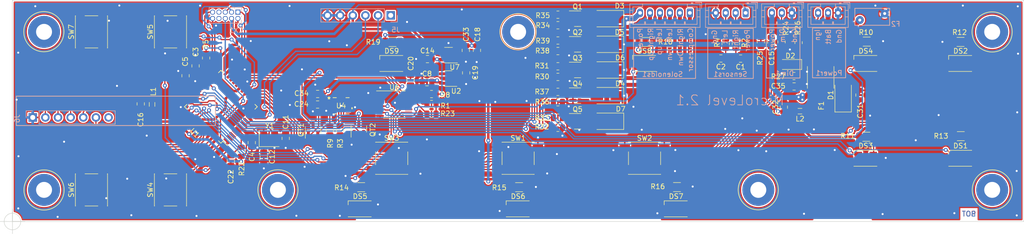
<source format=kicad_pcb>
(kicad_pcb (version 20211014) (generator pcbnew)
  (layers (0 "F.Cu" signal) (31 "B.Cu" signal) (34 "B.Paste" user) (35 "F.Paste" user) (36 "B.SilkS" user "B.Silkscreen") (37 "F.SilkS" user "F.Silkscreen") (38 "B.Mask" user) (39 "F.Mask" user) (44 "Edge.Cuts" user))
  (net 0 "")
  (net 1 "V33")
  (net 2 "Net-(C3-Pad2)")
  (net 3 "VLED")
  (net 4 "SCL")
  (net 5 "SDA")
  (net 6 "Net-(R23-Pad2)")
  (net 15 "Net-(C5-Pad1)")
  (net 16 "LED_RU")
  (net 17 "LED_LU")
  (net 18 "LED_CAMP")
  (net 19 "LED_RD")
  (net 20 "LED_LD")
  (net 21 "Net-(DS3-Pad2)")
  (net 23 "Net-(DS4-Pad2)")
  (net 24 "LED_ACTIVE")
  (net 25 "Net-(C11-Pad2)")
  (net 26 "Net-(C12-Pad1)")
  (net 27 "DIMMING")
  (net 28 "Net-(C16-Pad2)")
  (net 29 "RESET")
  (net 30 "Net-(C24-Pad1)")
  (net 31 "VS")
  (net 32 "TCK")
  (net 33 "TMS")
  (net 34 "TDO")
  (net 37 "TDI")
  (net 38 "Net-(D2-Pad1)")
  (net 39 "RIGHTUP")
  (net 40 "RIGHTDN")
  (net 41 "LEFTUP")
  (net 42 "LEFTDN")
  (net 43 "COMPRELAY")
  (net 44 "Net-(DS1-Pad2)")
  (net 45 "Net-(DS2-Pad2)")
  (net 46 "Net-(DS5-Pad2)")
  (net 47 "Net-(DS6-Pad2)")
  (net 48 "Net-(DS7-Pad2)")
  (net 49 "Net-(DS8-Pad2)")
  (net 50 "LED_TRAVEL")
  (net 51 "Net-(DS9-Pad2)")
  (net 52 "BATT")
  (net 53 "REMOTE_LD")
  (net 54 "REMOTE_LU")
  (net 55 "REMOTE_RD")
  (net 56 "REMOTE_RU")
  (net 58 "RX")
  (net 59 "TX")
  (net 60 "Net-(Q1-Pad1)")
  (net 61 "Net-(Q2-Pad1)")
  (net 62 "Net-(Q3-Pad1)")
  (net 63 "Net-(Q4-Pad1)")
  (net 64 "Net-(Q5-Pad1)")
  (net 65 "Net-(QT1-Pad2)")
  (net 66 "Net-(QT2-Pad2)")
  (net 67 "Net-(R2-Pad2)")
  (net 68 "Net-(R4-Pad2)")
  (net 69 "DIM")
  (net 70 "IGNON")
  (net 71 "LD")
  (net 72 "COMP")
  (net 73 "RU")
  (net 74 "RD")
  (net 75 "LU")
  (net 76 "CALIBRATE")
  (net 77 "CAMP")
  (net 78 "TRAVEL")
  (net 80 "Right_DOWN")
  (net 81 "Right_UP")
  (net 82 "Left_DOWN")
  (net 83 "Left_UP")
  (net 84 "IGNITIONON")
  (net 86 "V5")
  (net 87 "GND")
  (net 88 "RIGHT_HEIGHT")
  (net 89 "LEFT_HEIGHT")
  (footprint "Resistor_SMD:R_1206_3216Metric" (layer "F.Cu") (at 101.79 37.56)
    (fp_text reference "R15")
    (fp_text value "160R" hide)
  )
  (footprint "MY_KICAD_LIB:LED_PLCC-2" (layer "F.Cu") (at 133.35 41.91)
    (fp_text reference "DS7")
    (fp_text value "LED_BLUE" hide)
  )
  (footprint "Inductor_SMD:L_0805_2012Metric" (layer "F.Cu") (at 158.23 22.29 180)
    (fp_text reference "L2")
    (fp_text value "BLM21BD102SN1D" hide)
  )
  (footprint "MY_KICAD_LIB:SW_Push_1P1T_NO_6x6mm_H5.0mm" (layer "F.Cu") (at 15.875 38.1 90)
    (fp_text reference "SW6")
    (fp_text value "FSM2JSMAA")
  )
  (footprint "Package_SO:TSSOP-16_4.4x5mm_P0.65mm" (layer "F.Cu") (at 76.74 20.95)
    (fp_text reference "U6")
    (fp_text value "TLC59208FIPWR" hide)
  )
  (footprint "Package_TO_SOT_SMD:SOT-23" (layer "F.Cu") (at 60.4 26.05 90)
    (fp_text reference "QT1")
    (fp_text value "2N7002" hide)
  )
  (footprint "MY_KICAD_LIB:SW_Push_1P1T_NO_6x6mm_H5.0mm" (layer "F.Cu") (at 15.875 6.35 90)
    (fp_text reference "SW7")
    (fp_text value "FSM2JSMAA")
  )
  (footprint "MountingHole:MountingHole_3.2mm_M3_Pad_TopBottom" (layer "F.Cu") (at 53.34 38.1)
    (fp_text reference "H3" hide)
    (fp_text value "MountingHole" hide)
  )
  (footprint "Inductor_SMD:L_0805_2012Metric" (layer "F.Cu") (at 28.05 20.925 90)
    (fp_text reference "L1")
    (fp_text value "BLM21BD102SN1D" hide)
  )
  (footprint "MY_KICAD_LIB:LED_PLCC-2" (layer "F.Cu") (at 171.45 31.75)
    (fp_text reference "DS3")
    (fp_text value "LED_BLUE" hide)
  )
  (footprint "Diode_SMD:D_SMA" (layer "F.Cu") (at 119.42 14.01 180)
    (fp_text reference "D6")
    (fp_text value "SS24S-E3/61T" hide)
  )
  (footprint "Resistor_SMD:R_0805_2012Metric" (layer "F.Cu") (at 109.59 20.5)
    (fp_text reference "R36")
    (fp_text value "10k" hide)
  )
  (footprint "MountingHole:MountingHole_3.2mm_M3_Pad_TopBottom" (layer "F.Cu") (at 149.86 38.1)
    (fp_text reference "H5" hide)
    (fp_text value "MountingHole" hide)
  )
  (footprint "Resistor_SMD:R_0805_2012Metric" (layer "F.Cu") (at 109.59 8.09)
    (fp_text reference "R39")
    (fp_text value "100R" hide)
  )
  (footprint "Package_TO_SOT_SMD:SOT-23" (layer "F.Cu") (at 113.55 24.32)
    (fp_text reference "Q5")
    (fp_text value "SI2304DDS" hide)
  )
  (footprint "Capacitor_SMD:C_0805_2012Metric" (layer "F.Cu") (at 50.5 31.45 -90)
    (fp_text reference "C12")
    (fp_text value "10pf NP0" hide)
  )
  (footprint "MY_KICAD_LIB:LED_PLCC-2" (layer "F.Cu") (at 190.5 31.75)
    (fp_text reference "DS1")
    (fp_text value "LED_BLUE" hide)
  )
  (footprint "Resistor_SMD:R_1206_3216Metric" (layer "F.Cu") (at 171.57 27.42)
    (fp_text reference "R11")
    (fp_text value "160R" hide)
  )
  (footprint "Resistor_SMD:R_0805_2012Metric" (layer "F.Cu") (at 109.59 18.4)
    (fp_text reference "R37")
    (fp_text value "100R" hide)
  )
  (footprint "MountingHole:MountingHole_3.2mm_M3_Pad_TopBottom" (layer "F.Cu") (at 6.35 38.1)
    (fp_text reference "H1" hide)
    (fp_text value "MountingHole" hide)
  )
  (footprint "MY_KICAD_LIB:SW_Push_1P1T_NO_6x6mm_H5.0mm" (layer "F.Cu") (at 31.75 6.35 90)
    (fp_text reference "SW5")
    (fp_text value "FSM2JSMAA" hide)
  )
  (footprint "Package_TO_SOT_SMD:SOT-23" (layer "F.Cu") (at 113.55 19.165)
    (fp_text reference "Q4")
    (fp_text value "SI2304DDS" hide)
  )
  (footprint "Resistor_SMD:R_0805_2012Metric" (layer "F.Cu") (at 65.82 26.12 90)
    (fp_text reference "R3")
    (fp_text value "24.9k" hide)
  )
  (footprint "Resistor_SMD:R_0805_2012Metric" (layer "F.Cu") (at 84.2 20.85 180)
    (fp_text reference "R1")
    (fp_text value "24.9k" hide)
  )
  (footprint "Capacitor_SMD:C_0805_2012Metric" (layer "F.Cu") (at 54.9 27.75 90)
    (fp_text reference "C11")
    (fp_text value "10pf NP0" hide)
  )
  (footprint "Capacitor_SMD:C_0805_2012Metric" (layer "F.Cu") (at 43.88 32.22 -90)
    (fp_text reference "C22")
    (fp_text value "10nf 16V" hide)
  )
  (footprint "MY_KICAD_LIB:LED_PLCC-2" (layer "F.Cu") (at 76.2 12.7)
    (fp_text reference "DS9")
    (fp_text value "LED_BLUE" hide)
  )
  (footprint "Capacitor_SMD:C_0805_2012Metric" (layer "F.Cu") (at 146.3 11.72 180)
    (fp_text reference "C1")
    (fp_text value "4.7uf 6.3V" hide)
  )
  (footprint "Resistor_SMD:R_0805_2012Metric" (layer "F.Cu") (at 145.35 8.74 90)
    (fp_text reference "R2")
    (fp_text value "24.9k" hide)
  )
  (footprint "Resistor_SMD:R_1206_3216Metric" (layer "F.Cu") (at 70.07 37.56)
    (fp_text reference "R14")
    (fp_text value "160R" hide)
  )
  (footprint "Resistor_SMD:R_0805_2012Metric" (layer "F.Cu") (at 150.37 8.37 90)
    (fp_text reference "R25")
    (fp_text value "10k" hide)
  )
  (footprint "Resistor_SMD:R_0805_2012Metric" (layer "F.Cu") (at 109.59 15.4)
    (fp_text reference "R30")
    (fp_text value "10k" hide)
  )
  (footprint "Resistor_SMD:R_0805_2012Metric" (layer "F.Cu") (at 109.59 25.63)
    (fp_text reference "R32")
    (fp_text value "10k" hide)
  )
  (footprint "Package_QFP:TQFP-44_10x10mm_P0.8mm" (layer "F.Cu") (at 41.88 21.4 135)
    (fp_text reference "U1")
    (fp_text value "ATmega1284-AU" hide)
  )
  (footprint "Capacitor_SMD:C_0805_2012Metric" (layer "F.Cu") (at 61.32 18.83)
    (fp_text reference "C34")
    (fp_text value "100nf 16V" hide)
  )
  (footprint "Resistor_SMD:R_1206_3216Metric" (layer "F.Cu") (at 190.49 8.37)
    (fp_text reference "R12")
    (fp_text value "160R" hide)
  )
  (footprint "Capacitor_SMD:C_0805_2012Metric" (layer "F.Cu") (at 25.775 20.825 90)
    (fp_text reference "C16")
    (fp_text value "100nf 16V" hide)
  )
  (footprint "Resistor_SMD:R_1206_3216Metric" (layer "F.Cu") (at 133.52 37.54)
    (fp_text reference "R16")
    (fp_text value "160R" hide)
  )
  (footprint "Fuse:Fuse_2920_7451Metric" (layer "F.Cu") (at 162.39 15.5 -90)
    (fp_text reference "F1")
    (fp_text value "MF-LSMF260X-2" hide)
  )
  (footprint "Resistor_SMD:R_0805_2012Metric" (layer "F.Cu") (at 84.2 22.86 180)
    (fp_text reference "R23")
    (fp_text value "100k" hide)
  )
  (footprint "MountingHole:MountingHole_3.2mm_M3_Pad_TopBottom" (layer "F.Cu") (at 101.6 6.35)
    (fp_text reference "H4" hide)
    (fp_text value "MountingHole" hide)
  )
  (footprint "Resistor_SMD:R_0805_2012Metric" (layer "F.Cu") (at 109.59 2.9)
    (fp_text reference "R35")
    (fp_text value "100R" hide)
  )
  (footprint "Package_TO_SOT_SMD:SOT-23" (layer "F.Cu") (at 69.6 25.85 90)
    (fp_text reference "QT2")
    (fp_text value "2N7002" hide)
  )
  (footprint "Resistor_SMD:R_1206_3216Metric" (layer "F.Cu") (at 127.21 8.39)
    (fp_text reference "R18")
    (fp_text value "160R" hide)
  )
  (footprint "Resistor_SMD:R_0805_2012Metric" (layer "F.Cu") (at 157.95 8.52 -90)
    (fp_text reference "R26")
    (fp_text value "2.4k" hide)
  )
  (footprint "Capacitor_SMD:C_0805_2012Metric" (layer "F.Cu") (at 34.78 15.17 90)
    (fp_text reference "C5")
    (fp_text value "1000pf 16V" hide)
  )
  (footprint "Diode_SMD:D_SMA" (layer "F.Cu") (at 119.42 8.855 180)
    (fp_text reference "D5")
    (fp_text value "SS24S-E3/61T" hide)
  )
  (footprint "Capacitor_SMD:C_0805_2012Metric" (layer "F.Cu") (at 142.34 11.7 180)
    (fp_text reference "C2")
    (fp_text value "4.7uf 6.3V" hide)
  )
  (footprint "Package_TO_SOT_SMD:SOT-23" (layer "F.Cu") (at 113.55 14.01)
    (fp_text reference "Q3")
    (fp_text value "SI2304DDS" hide)
  )
  (footprint "Capacitor_SMD:C_0805_2012Metric" (layer "F.Cu") (at 91.09 10.08 -90)
    (fp_text reference "C33")
    (fp_text value "100nf 16V" hide)
  )
  (footprint "MY_KICAD_LIB:SW_Push_1P1T_NO_6x6mm_H5.0mm" (layer "F.Cu") (at 101.6 31.75)
    (fp_text reference "SW1")
    (fp_text value "FSM2JSMAA" hide)
  )
  (footprint "Diode_SMD:D_SMA" (layer "F.Cu") (at 119.42 19.165 180)
    (fp_text reference "D4")
    (fp_text value "SS24S-E3/61T" hide)
  )
  (footprint "Resistor_SMD:R_0805_2012Metric" (layer "F.Cu") (at 109.59 23.6)
    (fp_text reference "R33")
    (fp_text value "100R" hide)
  )
  (footprint "Capacitor_SMD:C_0805_2012Metric" (layer "F.Cu") (at 157.05 17.32)
    (fp_text reference "C35")
    (fp_text value "100nf 16V" hide)
  )
  (footprint "Capacitor_SMD:C_0805_2012Metric" (layer "F.Cu") (at 79.98 16.04 -90)
    (fp_text reference "C20")
    (fp_text value "100nf 16V" hide)
  )
  (footprint "Resistor_SMD:R_0805_2012Metric" (layer "F.Cu") (at 109.59 10.21)
    (fp_text reference "R38")
    (fp_text value "10k" hide)
  )
  (footprint "Capacitor_SMD:C_0805_2012Metric" (layer "F.Cu") (at 36.79 13.19 -90)
    (fp_text reference "C3")
    (fp_text value "100nf 16V" hide)
  )
  (footprint "Package_TO_SOT_SMD:SOT-23-5" (layer "F.Cu") (at 87.62 11.03 180)
    (fp_text reference "U7")
    (fp_text value "NCP718BSN500T1G" hide)
  )
  (footprint "footprints:QFN16_FRE" (layer "F.Cu") (at 66.04 21.2)
    (fp_text reference "U4")
    (fp_text value "MMA8451Q")
  )
  (footprint "Resistor_SMD:R_0805_2012Metric" (layer "F.Cu") (at 154.53 8.37 -90)
    (fp_text reference "R24")
    (fp_text value "24.9k" hide)
  )
  (footprint "Resistor_SMD:R_0805_2012Metric" (layer "F.Cu") (at 84.2 18.85 180)
    (fp_text reference "R8")
    (fp_text value "24.9k" hide)
  )
  (footprint "Capacitor_SMD:C_0805_2012Metric" (layer "F.Cu") (at 48.08 28.61 90)
    (fp_text reference "C4")
    (fp_text value "100nf 16V" hide)
  )
  (footprint "Capacitor_SMD:C_0805_2012Metric" (layer "F.Cu") (at 170.18 19.05 90)
    (fp_text reference "C31")
    (fp_text value "10uf 16V" hide)
  )
  (footprint "Resistor_SMD:R_0805_2012Metric" (layer "F.Cu") (at 45.97 30.45 90)
    (fp_text reference "R22")
    (fp_text value "100k" hide)
  )
  (footprint "Resistor_SMD:R_1206_3216Metric" (layer "F.Cu") (at 190.54 27.31)
    (fp_text reference "R13")
    (fp_text value "160R" hide)
  )
  (footprint "Resistor_SMD:R_0805_2012Metric" (layer "F.Cu") (at 157.03 15.23 180)
    (fp_text reference "R27")
    (fp_text value "1.0k" hide)
  )
  (footprint "MY_KICAD_LIB:LED_PLCC-2" (layer "F.Cu") (at 171.45 12.7)
    (fp_text reference "DS4")
    (fp_text value "LED_BLUE" hide)
  )
  (footprint "MY_KICAD_LIB:LED_PLCC-2" (layer "F.Cu") (at 127 12.7)
    (fp_text reference "DS8")
    (fp_text value "LED_BLUE" hide)
  )
  (footprint "Capacitor_SMD:C_0805_2012Metric" (layer "F.Cu") (at 152.47 8.4 90)
    (fp_text reference "C15")
    (fp_text value "100nf 16V" hide)
  )
  (footprint "Capacitor_SMD:C_0805_2012Metric" (layer "F.Cu") (at 61.31 20.95 180)
    (fp_text reference "C24")
    (fp_text value "100nf 16V" hide)
  )
  (footprint "Capacitor_SMD:C_0805_2012Metric" (layer "F.Cu") (at 93.32 10.07 90)
    (fp_text reference "C18")
    (fp_text value "10uf 16V" hide)
  )
  (footprint "Capacitor_SMD:C_0805_2012Metric" (layer "F.Cu") (at 83.38 11.82)
    (fp_text reference "C14")
    (fp_text value "10uf 16V" hide)
  )
  (footprint "Resistor_SMD:R_1206_3216Metric" (layer "F.Cu") (at 76.37 8.39)
    (fp_text reference "R19")
    (fp_text value "160R" hide)
  )
  (footprint "MY_KICAD_LIB:LED_PLCC-2" (layer "F.Cu") (at 101.6 41.91)
    (fp_text reference "DS6")
    (fp_text value "LED_BLUE" hide)
  )
  (footprint "Resistor_SMD:R_1206_3216Metric" (layer "F.Cu") (at 171.64 8.31)
    (fp_text reference "R10")
    (fp_text value "160R" hide)
  )
  (footprint "MountingHole:MountingHole_3.2mm_M3_Pad_TopBottom" (layer "F.Cu") (at 196.85 38.1)
    (fp_text reference "H7" hide)
    (fp_text value "MountingHole" hide)
  )
  (footprint "Resistor_SMD:R_0805_2012Metric" (layer "F.Cu") (at 109.59 5.02)
    (fp_text reference "R34")
    (fp_text value "10k" hide)
  )
  (footprint "MY_KICAD_LIB:SW_Push_1P1T_NO_6x6mm_H5.0mm" (layer "F.Cu") (at 127 31.75)
    (fp_text reference "SW2")
    (fp_text value "FSM2JSMAA" hide)
  )
  (footprint "Capacitor_SMD:C_0805_2012Metric" (layer "F.Cu") (at 154.99 21.48 90)
    (fp_text reference "C32")
    (fp_text value "10uf 16V" hide)
  )
  (footprint "Diode_SMD:D_SMA" (layer "F.Cu") (at 119.42 24.32 180)
    (fp_text reference "D7")
    (fp_text value "SS24S-E3/61T" hide)
  )
  (footprint "MY_KICAD_LIB:LED_PLCC-2" (layer "F.Cu") (at 190.5 12.7)
    (fp_text reference "DS2")
    (fp_text value "LED_BLUE" hide)
  )
  (footprint "Diode_SMD:D_SOD-123" (layer "F.Cu") (at 156.33 12.91 180)
    (fp_text reference "D2")
    (fp_text value "BZT52C4V7-13-F" hide)
  )
  (footprint "Capacitor_SMD:C_0805_2012Metric" (layer "F.Cu") (at 91.16 14.59 90)
    (fp_text reference "C19")
    (fp_text value "10uf 16V" hide)
  )
  (footprint "Diode_SMD:D_SMA" (layer "F.Cu") (at 119.42 3.7 180)
    (fp_text reference "D3")
    (fp_text value "SS24S-E3/61T" hide)
  )
  (footprint "MY_KICAD_LIB:SW_Push_1P1T_NO_6x6mm_H5.0mm" (layer "F.Cu") (at 76.2 31.75)
    (fp_text reference "SW3")
    (fp_text value "FSM2JSMAA" hide)
  )
  (footprint "MY_KICAD_LIB:LED_PLCC-2" (layer "F.Cu") (at 69.85 41.91)
    (fp_text reference "DS5")
    (fp_text value "LED_BLUE" hide)
  )
  (footprint "Crystal:Crystal_SMD_3225-4Pin_3.2x2.5mm" (layer "F.Cu") (at 51.58 27.76)
    (fp_text reference "Y1")
    (fp_text value "ECS-160-9-33B-CTP-TR" hide)
  )
  (footprint "MountingHole:MountingHole_3.2mm_M3_Pad_TopBottom" (layer "F.Cu") (at 196.85 6.35)
    (fp_text reference "H6" hide)
    (fp_text value "MountingHole" hide)
  )
  (footprint "Package_TO_SOT_SMD:SOT-23-5" (layer "F.Cu") (at 87.5 15.73 180)
    (fp_text reference "U2")
    (fp_text value "NCP718BSN330T1G" hide)
  )
  (footprint "Package_TO_SOT_SMD:SOT-23" (layer "F.Cu") (at 113.55 3.7)
    (fp_text reference "Q1")
    (fp_text value "SI2304DDS" hide)
  )
  (footprint "Diode_SMD:D_SMA" (layer "F.Cu") (at 166.9 19.05 90)
    (fp_text reference "D1")
    (fp_text value "1PGSMA4740HR3G")
  )
  (footprint "Package_TO_SOT_SMD:SOT-23" (layer "F.Cu") (at 113.55 8.855)
    (fp_text reference "Q2")
    (fp_text value "SI2304DDS" hide)
  )
  (footprint "Capacitor_SMD:C_0805_2012Metric" (layer "F.Cu") (at 83.29 16.46)
    (fp_text reference "C8")
    (fp_text value "10uf 16V" hide)
  )
  (footprint "Resistor_SMD:R_0805_2012Metric" (layer "F.Cu") (at 143.3 8.74 90)
    (fp_text reference "R4")
    (fp_text value "24.9k" hide)
  )
  (footprint "Resistor_SMD:R_0805_2012Metric" (layer "F.Cu") (at 109.59 13.27)
    (fp_text reference "R31")
    (fp_text value "100R" hide)
  )
  (footprint "MY_KICAD_LIB:SW_Push_1P1T_NO_6x6mm_H5.0mm" (layer "F.Cu") (at 31.75 38.1 90)
    (fp_text reference "SW4")
    (fp_text value "FSM2JSMAA" hide)
  )
  (footprint "Resistor_SMD:R_0805_2012Metric" (layer "F.Cu") (at 38.91 11.61 90)
    (fp_text reference "R5")
    (fp_text value "100R" hide)
  )
  (footprint "Resistor_SMD:R_0805_2012Metric" (layer "F.Cu") (at 63.77 26.12 90)
    (fp_text reference "R9")
    (fp_text value "24.9k" hide)
  )
  (footprint "MountingHole:MountingHole_3.2mm_M3_Pad_TopBottom" (layer "F.Cu") (at 6.35 6.35)
    (fp_text reference "H2" hide)
    (fp_text value "MountingHole" hide)
  )
  (footprint "Connector_JST:JST_PH_B3B-PH-K_1x03_P2.00mm_Vertical" (layer "B.Cu") (at 156.58 2.54 180)
    (fp_text reference "Dim1")
    (fp_text value "B3B-PH-K-S" hide)
  )
  (footprint "Connector_JST:JST_PH_B6B-PH-K_1x06_P2.00mm_Vertical" (layer "B.Cu") (at 136.1 2.54 180)
    (fp_text reference "Solenoids1")
    (fp_text value "B6B-PH-K-S" hide)
  )
  (footprint "Connector_JST:JST_PH_B4B-PH-K_1x04_P2.00mm_Vertical" (layer "B.Cu") (at 147.31 2.54 180)
    (fp_text reference "Sensors1")
    (fp_text value "B4B-PH-K-S" hide)
  )
  (footprint "Connector_PinHeader_2.54mm:PinHeader_1x07_P2.54mm_Vertical" (layer "B.Cu") (at 4.075 23.55 -90)
    (fp_text reference "J6")
    (fp_text value "Conn_01x07_Female" hide)
  )
  (footprint "Connector_PinHeader_2.54mm:PinHeader_1x06_P2.54mm_Vertical" (layer "B.Cu") (at 76 3.04 90)
    (fp_text reference "J5")
    (fp_text value "Conn_01x06" hide)
  )
  (footprint "Varistor:RV_Disc_D7mm_W3.4mm_P5mm" (layer "B.Cu") (at 170.25 3.975)
    (fp_text reference "F2")
    (fp_text value "MOV-07D390K" hide)
  )
  (footprint "Connector_JST:JST_PH_B3B-PH-K_1x03_P2.00mm_Vertical" (layer "B.Cu") (at 165.87 2.54 180)
    (fp_text reference "Power1")
    (fp_text value "B3B-PH-K-S" hide)
  )
  (footprint "Connector_PinSocket_1.27mm:PinSocket_2x05_P1.27mm_Vertical" (layer "B.Cu") (at 45.3 2.39 90)
    (fp_text reference "CX1")
    (fp_text value "Conn2x5_CNC#3220-10-0100-00" hide)
  )
  (gr_rect (start 124.8 5.425) (end 137.25 15.7) (layer "B.SilkS") (width 0.15) (fill none))
  (gr_rect (start 151.475 5.575) (end 158.225 15.625) (layer "B.SilkS") (width 0.15) (fill none))
  (gr_rect (start 167.4 5.575) (end 160.75 15.575) (layer "B.SilkS") (width 0.15) (fill none))
  (gr_rect (start 0.775 25.175) (end 40.775 19.275) (layer "B.SilkS") (width 0.15) (fill none))
  (gr_rect (start 139.7 5.65) (end 148.85 15.7) (layer "B.SilkS") (width 0.15) (fill none))
  (gr_circle (center 196.87 38.107483) (end 199.81 40.867483) (layer "F.SilkS") (width 0.15) (fill none))
  (gr_circle (center 6.35 38.117483) (end 9.29 40.877483) (layer "F.SilkS") (width 0.15) (fill none))
  (gr_circle (center 196.84 6.367483) (end 199.78 9.127483) (layer "F.SilkS") (width 0.15) (fill none))
  (gr_circle (center 6.31 6.317483) (end 9.25 9.077483) (layer "F.SilkS") (width 0.15) (fill none))
  (gr_circle (center 101.59 6.327483) (end 104.2 8.85) (layer "F.SilkS") (width 0.15) (fill none))
  (gr_circle (center 53.34 38.087483) (end 56.28 40.847483) (layer "F.SilkS") (width 0.15) (fill none))
  (gr_circle (center 149.85 38.077483) (end 152.79 40.837483) (layer "F.SilkS") (width 0.15) (fill none))
  (gr_line (start 0 0) (end 203.2 0) (layer "Edge.Cuts") (width 0.1))
  (gr_line (start 0 0) (end 0 44.45) (layer "Edge.Cuts") (width 0.1))
  (gr_line (start 203.2 44.45) (end 0 44.45) (layer "Edge.Cuts") (width 0.1))
  (gr_line (start 203.2 44.45) (end 203.2 0) (layer "Edge.Cuts") (width 0.1))
  (gr_text "TOP" (at 192.18 42.93) (layer "F.Cu") (effects (font (size 1 1))))
  (gr_text "MicroLevel 2.1" (at 166.78 43.03) (layer "F.Cu") (effects (font (size 1 1) (thickness 0.25))))
  (gr_text "BOT" (at 192.18 42.93) (layer "B.Cu") (effects (font (size 1 1)) (justify mirror)))
  (gr_text "Power" (at 126.125 7.8 90) (layer "B.SilkS") (effects (font (size 1 1)) (justify mirror)))
  (gr_text "Power" (at 147.65 8.075 90) (layer "B.SilkS") (effects (font (size 1 1)) (justify mirror)))
  (gr_text "Right" (at 145.325 7.825 90) (layer "B.SilkS") (effects (font (size 1 1)) (justify mirror)))
  (gr_text "MicroLevel 2.1" (at 144.175 20.1) (layer "B.SilkS") (effects (font (size 2 2)) (justify mirror)))
  (gr_text "Compressor" (at 136.225 9.95 90) (layer "B.SilkS") (effects (font (size 1 1)) (justify mirror)))
  (gr_text "Dim" (at 154.7 7.125 90) (layer "B.SilkS") (effects (font (size 1 1)) (justify mirror)))
  (gr_text "Left up" (at 129.95 8.3 90) (layer "B.SilkS") (effects (font (size 1 1)) (justify mirror)))
  (gr_text "Left Dwn" (at 132.025 8.875 90) (layer "B.SilkS") (effects (font (size 1 1)) (justify mirror)))
  (gr_text "Gnd" (at 157.1 7.125 90) (layer "B.SilkS") (effects (font (size 1 1)) (justify mirror)))
  (gr_text "Batt" (at 163.9 7.325 90) (layer "B.SilkS") (effects (font (size 1 1)) (justify mirror)))
  (gr_text "Gnd" (at 166.075 7.25 90) (layer "B.SilkS") (effects (font (size 1 1)) (justify mirror)))
  (gr_text "Power" (at 152.65 7.925 90) (layer "B.SilkS") (effects (font (size 1 1)) (justify mirror)))
  (gr_text "Right Dwn" (at 134.225 9.425 90) (layer "B.SilkS") (effects (font (size 1 1)) (justify mirror)))
  (gr_text "Left" (at 143.15 7.325 90) (layer "B.SilkS") (effects (font (size 1 1)) (justify mirror)))
  (gr_text "Ign" (at 161.725 7 90) (layer "B.SilkS") (effects (font (size 1 1)) (justify mirror)))
  (gr_text "Gnd" (at 141.05 7.375 90) (layer "B.SilkS") (effects (font (size 1 1)) (justify mirror)))
  (gr_text "Right Up" (at 128.25 8.85 90) (layer "B.SilkS") (effects (font (size 1 1)) (justify mirror)))
  (target plus (at 0 44.45) (size 5) (width 0.1) (layer "Edge.Cuts"))
  (segment (start 62.27 18.83) (end 62.82 18.83) (width 0.254) (layer "F.Cu") (net 1))
  (segment (start 61.52 22.3) (end 61.31 22.09) (width 0.254) (layer "F.Cu") (net 1))
  (segment (start 64.7192 20.199999) (end 64.7192 19.1308) (width 0.254) (layer "F.Cu") (net 1))
  (segment (start 63.639999 20.199999) (end 64.7192 20.199999) (width 0.254) (layer "F.Cu") (net 1))
  (segment (start 66.539999 19.239999) (end 66.539999 19.8792) (width 0.254) (layer "F.Cu") (net 1))
  (segment (start 84.24 16.46) (end 85.31 16.46) (width 0.5) (layer "F.Cu") (net 1))
  (segment (start 59.45 27.95) (end 59.45 26.9875) (width 0.254) (layer "F.Cu") (net 1))
  (segment (start 63.7175 27.0325) (end 62.2 28.55) (width 0.254) (layer "F.Cu") (net 1))
  (segment (start 85.31 16.11) (end 85.3 16.1) (width 0.5) (layer "F.Cu") (net 1))
  (segment (start 59.9375 26.9875) (end 61.52 25.405) (width 0.254) (layer "F.Cu") (net 1))
  (segment (start 61.31 19.79) (end 62.27 18.83) (width 0.254) (layer "F.Cu") (net 1))
  (segment (start 68.405 27.0325) (end 68.65 26.7875) (width 0.254) (layer "F.Cu") (net 1))
  (segment (start 85.31 16.46) (end 85.31 16.11) (width 0.5) (layer "F.Cu") (net 1))
  (segment (start 62.82 18.83) (end 63.4 18.25) (width 0.254) (layer "F.Cu") (net 1))
  (segment (start 62.27 18.83) (end 63.639999 20.199999) (width 0.254) (layer "F.Cu") (net 1))
  (segment (start 65.82 27.0325) (end 68.405 27.0325) (width 0.254) (layer "F.Cu") (net 1))
  (segment (start 59.45 26.9875) (end 59.9375 26.9875) (width 0.254) (layer "F.Cu") (net 1))
  (segment (start 86.1425 16.46) (end 86.3625 16.68) (width 0.5) (layer "F.Cu") (net 1))
  (segment (start 64.85 19) (end 66.3 19) (width 0.254) (layer "F.Cu") (net 1))
  (segment (start 85.31 16.46) (end 86.1425 16.46) (width 0.5) (layer "F.Cu") (net 1))
  (segment (start 60.05 28.55) (end 59.45 27.95) (width 0.254) (layer "F.Cu") (net 1))
  (segment (start 61.31 22.09) (end 61.31 19.79) (width 0.254) (layer "F.Cu") (net 1))
  (segment (start 66.3 19) (end 66.539999 19.239999) (width 0.254) (layer "F.Cu") (net 1))
  (segment (start 63.77 27.0325) (end 65.82 27.0325) (width 0.254) (layer "F.Cu") (net 1))
  (segment (start 62.2 28.55) (end 60.05 28.55) (width 0.254) (layer "F.Cu") (net 1))
  (segment (start 63.77 27.0325) (end 63.7175 27.0325) (width 0.254) (layer "F.Cu") (net 1))
  (segment (start 61.52 25.405) (end 61.52 22.3) (width 0.254) (layer "F.Cu") (net 1))
  (segment (start 64.7192 19.1308) (end 64.85 19) (width 0.254) (layer "F.Cu") (net 1))
  (via (at 85.3 16.1) (size 0.8) (drill 0.4) (layers "F.Cu" "B.Cu") (net 1))
  (via (at 63.4 18.25) (size 0.8) (drill 0.4) (layers "F.Cu" "B.Cu") (net 1))
  (segment (start 85.3 16.1) (end 65.55 16.1) (width 0.5) (layer "B.Cu") (net 1))
  (segment (start 65.55 16.1) (end 63.4 18.25) (width 0.5) (layer "B.Cu") (net 1))
  (segment (start 38.415177 16.765177) (end 36.79 15.14) (width 0.254) (layer "F.Cu") (net 2))
  (segment (start 38.415177 16.803806) (end 38.415177 16.765177) (width 0.254) (layer "F.Cu") (net 2))
  (segment (start 36.79 15.14) (end 36.79 14.14) (width 0.254) (layer "F.Cu") (net 2))
  (segment (start 37.2925 14.14) (end 38.91 12.5225) (width 0.254) (layer "F.Cu") (net 2))
  (segment (start 36.79 14.14) (end 37.2925 14.14) (width 0.254) (layer "F.Cu") (net 2))
  (segment (start 95.61 13.64) (end 94.85 12.88) (width 0.5) (layer "F.Cu") (net 3))
  (segment (start 160.39 27.42) (end 156.08 23.11) (width 0.5) (layer "F.Cu") (net 3))
  (segment (start 125.7475 8.39) (end 125.7475 9.9025) (width 0.254) (layer "F.Cu") (net 3))
  (segment (start 125.7475 9.9025) (end 125.68 9.97) (width 0.254) (layer "F.Cu") (net 3))
  (segment (start 156.08 23.11) (end 156.08 22.43) (width 0.5) (layer "F.Cu") (net 3))
  (segment (start 189.0775 26.7775) (end 189.0775 27.31) (width 0.254) (layer "F.Cu") (net 3))
  (segment (start 91.09 9.13) (end 89.7075 9.13) (width 0.5) (layer "F.Cu") (net 3))
  (segment (start 154.88 22.32) (end 154.99 22.43) (width 0.254) (layer "F.Cu") (net 3))
  (segment (start 88.7575 12.4875) (end 89.91 13.64) (width 0.5) (layer "F.Cu") (net 3))
  (segment (start 188 25.7) (end 189.0775 26.7775) (width 0.5) (layer "F.Cu") (net 3))
  (segment (start 132.0575 37.54) (end 132.0575 36.1825) (width 0.5) (layer "F.Cu") (net 3))
  (segment (start 190.4 16.2) (end 190.4 9.7425) (width 0.254) (layer "F.Cu") (net 3))
  (segment (start 92.28 9.13) (end 93.31 9.13) (width 0.5) (layer "F.Cu") (net 3))
  (segment (start 189.0275 7.9275) (end 189.0275 8.37) (width 0.254) (layer "F.Cu") (net 3))
  (segment (start 74.89 7.17) (end 74.89 6.97) (width 0.254) (layer "F.Cu") (net 3))
  (segment (start 156.08 23.11) (end 143.24 35.95) (width 0.5) (layer "F.Cu") (net 3))
  (segment (start 87.5 14.95) (end 87.67 14.78) (width 0.254) (layer "F.Cu") (net 3))
  (segment (start 88.6375 14.78) (end 88.77 14.78) (width 0.5) (layer "F.Cu") (net 3))
  (segment (start 89.91 13.64) (end 91.16 13.64) (width 0.5) (layer "F.Cu") (net 3))
  (segment (start 88.03 16.68) (end 87.5 16.15) (width 0.254) (layer "F.Cu") (net 3))
  (segment (start 190.4 9.7425) (end 189.0275 8.37) (width 0.254) (layer "F.Cu") (net 3))
  (segment (start 88.77 14.78) (end 89.91 13.64) (width 0.5) (layer "F.Cu") (net 3))
  (segment (start 189.0775 27.31) (end 189.0775 17.5225) (width 0.254) (layer "F.Cu") (net 3))
  (segment (start 88.6375 16.68) (end 88.03 16.68) (width 0.254) (layer "F.Cu") (net 3))
  (segment (start 132.0575 36.1825) (end 132.29 35.95) (width 0.5) (layer "F.Cu") (net 3))
  (segment (start 170.1075 26.8925) (end 171.3 25.7) (width 0.5) (layer "F.Cu") (net 3))
  (segment (start 156.08 22.43) (end 157.0275 22.43) (width 0.5) (layer "F.Cu") (net 3))
  (segment (start 95.61 36.03) (end 95.69 35.95) (width 0.5) (layer "F.Cu") (net 3))
  (segment (start 88.7575 11.98) (end 88.7575 12.4875) (width 0.5) (layer "F.Cu") (net 3))
  (segment (start 89.7075 9.13) (end 88.7575 10.08) (width 0.5) (layer "F.Cu") (net 3))
  (segment (start 95.61 13.64) (end 95.61 28.19) (width 0.5) (layer "F.Cu") (net 3))
  (segment (start 70.2175 35.95) (end 68.6075 37.56) (width 0.5) (layer "F.Cu") (net 3))
  (segment (start 170.1775 8.31) (end 170.1775 7.7225) (width 0.254) (layer "F.Cu") (net 3))
  (segment (start 143.24 35.95) (end 132.29 35.95) (width 0.5) (layer "F.Cu") (net 3))
  (segment (start 87.67 14.78) (end 88.6375 14.78) (width 0.254) (layer "F.Cu") (net 3))
  (segment (start 95.69 35.95) (end 70.2175 35.95) (width 0.5) (layer "F.Cu") (net 3))
  (segment (start 171.3 25.7) (end 188 25.7) (width 0.5) (layer "F.Cu") (net 3))
  (segment (start 170.1075 27.42) (end 160.39 27.42) (width 0.5) (layer "F.Cu") (net 3))
  (segment (start 170.1075 27.42) (end 170.1075 26.8925) (width 0.254) (layer "F.Cu") (net 3))
  (segment (start 74.9075 8.39) (end 74.9075 7.1875) (width 0.254) (layer "F.Cu") (net 3))
  (segment (start 93.31 9.13) (end 93.32 9.12) (width 0.5) (layer "F.Cu") (net 3))
  (segment (start 100.3275 37.56) (end 100.3275 36.1175) (width 0.5) (layer "F.Cu") (net 3))
  (segment (start 189.0775 17.5225) (end 190.4 16.2) (width 0.254) (layer "F.Cu") (net 3))
  (segment (start 170.1775 7.7225) (end 171.1 6.8) (width 0.254) (layer "F.Cu") (net 3))
  (segment (start 74.9075 7.1875) (end 74.89 7.17) (width 0.254) (layer "F.Cu") (net 3))
  (segment (start 95.61 36.42) (end 95.61 36.03) (width 0.5) (layer "F.Cu") (net 3))
  (segment (start 91.09 9.13) (end 92.28 9.13) (width 0.5) (layer "F.Cu") (net 3))
  (segment (start 153.83 22.32) (end 154.88 22.32) (width 0.254) (layer "F.Cu") (net 3))
  (segment (start 132.29 35.95) (end 100.16 35.95) (width 0.5) (layer "F.Cu") (net 3))
  (segment (start 100.16 35.95) (end 95.69 35.95) (width 0.5) (layer "F.Cu") (net 3))
  (segment (start 157.0275 22.43) (end 157.1675 22.29) (width 0.5) (layer "F.Cu") (net 3))
  (segment (start 187.9 6.8) (end 189.0275 7.9275) (width 0.254) (layer "F.Cu") (net 3))
  (segment (start 94.3 9.12) (end 93.32 9.12) (width 0.5) (layer "F.Cu") (net 3))
  (segment (start 171.1 6.8) (end 187.9 6.8) (width 0.254) (layer "F.Cu") (net 3))
  (segment (start 94.85 12.88) (end 94.85 9.67) (width 0.5) (layer "F.Cu") (net 3))
  (segment (start 87.5 16.15) (end 87.5 14.95) (width 0.254) (layer "F.Cu") (net 3))
  (segment (start 91.16 13.64) (end 95.61 13.64) (width 0.5) (layer "F.Cu") (net 3))
  (segment (start 94.85 9.67) (end 94.3 9.12) (width 0.5) (layer "F.Cu") (net 3))
  (segment (start 100.3275 36.1175) (end 100.16 35.95) (width 0.5) (layer "F.Cu") (net 3))
  (segment (start 154.99 22.43) (end 156.08 22.43) (width 0.5) (layer "F.Cu") (net 3))
  (via (at 153.83 22.32) (size 0.8) (drill 0.4) (layers "F.Cu" "B.Cu") (net 3))
  (via (at 74.89 6.97) (size 0.8) (drill 0.4) (layers "F.Cu" "B.Cu") (net 3))
  (via (at 125.68 9.97) (size 0.8) (drill 0.4) (layers "F.Cu" "B.Cu") (net 3))
  (via (at 95.61 28.19) (size 0.8) (drill 0.4) (layers "F.Cu" "B.Cu") (net 3))
  (via (at 92.28 9.13) (size 0.8) (drill 0.4) (layers "F.Cu" "B.Cu") (net 3))
  (via (at 95.61 36.42) (size 0.8) (drill 0.4) (layers "F.Cu" "B.Cu") (net 3))
  (segment (start 95.61 28.19) (end 95.61 36.42) (width 0.5) (layer "B.Cu") (net 3))
  (segment (start 125.68 9.97) (end 149.6 9.97) (width 0.254) (layer "B.Cu") (net 3))
  (segment (start 151.33 11.7) (end 151.33 18.21) (width 0.254) (layer "B.Cu") (net 3))
  (segment (start 151.29 19.78) (end 153.83 22.32) (width 0.254) (layer "B.Cu") (net 3))
  (segment (start 92.28 8.69) (end 92.28 9.13) (width 0.254) (layer "B.Cu") (net 3))
  (segment (start 74.89 6.97) (end 90.56 6.97) (width 0.254) (layer "B.Cu") (net 3))
  (segment (start 151.33 18.21) (end 151.29 18.25) (width 0.254) (layer "B.Cu") (net 3))
  (segment (start 90.56 6.97) (end 92.28 8.69) (width 0.254) (layer "B.Cu") (net 3))
  (segment (start 149.6 9.97) (end 151.33 11.7) (width 0.254) (layer "B.Cu") (net 3))
  (segment (start 151.29 18.25) (end 151.29 19.78) (width 0.254) (layer "B.Cu") (net 3))
  (segment (start 77.9 19.6) (end 78.275 19.975) (width 0.254) (layer "F.Cu") (net 4))
  (segment (start 82.35 20.85) (end 83.2875 20.85) (width 0.254) (layer "F.Cu") (net 4))
  (segment (start 81.475 19.975) (end 82.35 20.85) (width 0.254) (layer "F.Cu") (net 4))
  (segment (start 77.9 18.6) (end 77.9 19.6) (width 0.254) (layer "F.Cu") (net 4))
  (segment (start 74.9 15.6) (end 77.9 18.6) (width 0.254) (layer "F.Cu") (net 4))
  (segment (start 79.6025 19.975) (end 81.475 19.975) (width 0.254) (layer "F.Cu") (net 4))
  (segment (start 58.18 15.6) (end 74.9 15.6) (width 0.254) (layer "F.Cu") (net 4))
  (segment (start 58.18 22.8925) (end 58.18 15.6) (width 0.254) (layer "F.Cu") (net 4))
  (segment (start 60.4 25.1125) (end 58.18 22.8925) (width 0.254) (layer "F.Cu") (net 4))
  (segment (start 78.275 19.975) (end 79.6025 19.975) (width 0.254) (layer "F.Cu") (net 4))
  (segment (start 44.779138 16.23812) (end 45.417258 15.6) (width 0.254) (layer "F.Cu") (net 4))
  (segment (start 45.417258 15.6) (end 58.18 15.6) (width 0.254) (layer "F.Cu") (net 4))
  (segment (start 61.7 14.57) (end 61.7 15.1) (width 0.254) (layer "F.Cu") (net 5))
  (segment (start 78.4 18.45) (end 78.4 19.2) (width 0.254) (layer "F.Cu") (net 5))
  (segment (start 78.525 19.325) (end 79.6025 19.325) (width 0.254) (layer "F.Cu") (net 5))
  (segment (start 78.4 19.2) (end 78.525 19.325) (width 0.254) (layer "F.Cu") (net 5))
  (segment (start 81.85 18.85) (end 81.375 19.325) (width 0.254) (layer "F.Cu") (net 5))
  (segment (start 75.05 15.1) (end 78.4 18.45) (width 0.254) (layer "F.Cu") (net 5))
  (segment (start 44.227565 15.672435) (end 44.8 15.1) (width 0.254) (layer "F.Cu") (net 5))
  (segment (start 81.375 19.325) (end 79.6025 19.325) (width 0.254) (layer "F.Cu") (net 5))
  (segment (start 44.213452 15.672435) (end 44.227565 15.672435) (width 0.254) (layer "F.Cu") (net 5))
  (segment (start 61.71 14.56) (end 61.7 14.57) (width 0.254) (layer "F.Cu") (net 5))
  (segment (start 44.8 15.1) (end 61.7 15.1) (width 0.254) (layer "F.Cu") (net 5))
  (segment (start 83.2875 18.85) (end 81.85 18.85) (width 0.254) (layer "F.Cu") (net 5))
  (segment (start 61.7 15.1) (end 75.05 15.1) (width 0.254) (layer "F.Cu") (net 5))
  (segment (start 69.6 24.9125) (end 69.6 22.78) (width 0.254) (layer "F.Cu") (net 5))
  (via (at 61.71 14.56) (size 0.8) (drill 0.4) (layers "F.Cu" "B.Cu") (net 5))
  (via (at 69.6 22.78) (size 0.8) (drill 0.4) (layers "F.Cu" "B.Cu") (net 5))
  (segment (start 58.46 22.72) (end 59.62 23.88) (width 0.254) (layer "B.Cu") (net 5))
  (segment (start 59.62 23.88) (end 64.75 23.88) (width 0.254) (layer "B.Cu") (net 5))
  (segment (start 58.46 17.46) (end 58.46 22.72) (width 0.254) (layer "B.Cu") (net 5))
  (segment (start 69.26 23.12) (end 69.6 22.78) (width 0.254) (layer "B.Cu") (net 5))
  (segment (start 61.36 14.56) (end 58.46 17.46) (width 0.254) (layer "B.Cu") (net 5))
  (segment (start 61.71 14.56) (end 61.36 14.56) (width 0.254) (layer "B.Cu") (net 5))
  (segment (start 65.51 23.12) (end 69.26 23.12) (width 0.254) (layer "B.Cu") (net 5))
  (segment (start 64.75 23.88) (end 65.51 23.12) (width 0.254) (layer "B.Cu") (net 5))
  (segment (start 83.2875 22.7875) (end 83.2875 22.86) (width 0.254) (layer "F.Cu") (net 6))
  (segment (start 81.125 20.625) (end 83.2875 22.7875) (width 0.254) (layer "F.Cu") (net 6))
  (segment (start 79.6025 20.625) (end 81.125 20.625) (width 0.254) (layer "F.Cu") (net 6))
  (segment (start 37.283806 17.933806) (end 35.47 16.12) (width 0.254) (layer "F.Cu") (net 15))
  (segment (start 37.283806 17.935177) (end 37.283806 17.933806) (width 0.254) (layer "F.Cu") (net 15))
  (segment (start 35.47 16.12) (end 34.78 16.12) (width 0.254) (layer "F.Cu") (net 15))
  (segment (start 181.05 24.53) (end 189 16.58) (width 0.254) (layer "F.Cu") (net 16))
  (segment (start 74.91 22.06) (end 74.775 21.925) (width 0.254) (layer "F.Cu") (net 16))
  (segment (start 168.44 26.22) (end 170.13 24.53) (width 0.254) (layer "F.Cu") (net 16))
  (segment (start 76.12 22.06) (end 74.91 22.06) (width 0.254) (layer "F.Cu") (net 16))
  (segment (start 74.775 21.925) (end 73.8775 21.925) (width 0.254) (layer "F.Cu") (net 16))
  (segment (start 189 16.58) (end 189 12.7) (width 0.254) (layer "F.Cu") (net 16))
  (segment (start 170.13 24.53) (end 181.05 24.53) (width 0.254) (layer "F.Cu") (net 16))
  (via (at 76.12 22.06) (size 0.8) (drill 0.4) (layers "F.Cu" "B.Cu") (net 16))
  (via (at 168.44 26.22) (size 0.8) (drill 0.4) (layers "F.Cu" "B.Cu") (net 16))
  (segment (start 109.09 23.09) (end 109.09 23.5) (width 0.254) (layer "B.Cu") (net 16))
  (segment (start 109.09 23.5) (end 112.98 27.39) (width 0.254) (layer "B.Cu") (net 16))
  (segment (start 106.73 22.68) (end 107.01 22.4) (width 0.254) (layer "B.Cu") (net 16))
  (segment (start 76.74 22.68) (end 106.73 22.68) (width 0.254) (layer "B.Cu") (net 16))
  (segment (start 167.27 27.39) (end 168.44 26.22) (width 0.254) (layer "B.Cu") (net 16))
  (segment (start 108.4 22.4) (end 109.09 23.09) (width 0.254) (layer "B.Cu") (net 16))
  (segment (start 76.12 22.06) (end 76.74 22.68) (width 0.254) (layer "B.Cu") (net 16))
  (segment (start 107.01 22.4) (end 108.4 22.4) (width 0.254) (layer "B.Cu") (net 16))
  (segment (start 112.98 27.39) (end 167.27 27.39) (width 0.254) (layer "B.Cu") (net 16))
  (segment (start 75.015 22.575) (end 75.25 22.81) (width 0.254) (layer "F.Cu") (net 17))
  (segment (start 168.61 14.04) (end 168.38 14.04) (width 0.254) (layer "F.Cu") (net 17))
  (segment (start 73.8775 22.575) (end 75.015 22.575) (width 0.254) (layer "F.Cu") (net 17))
  (segment (start 169.95 12.7) (end 168.61 14.04) (width 0.254) (layer "F.Cu") (net 17))
  (via (at 75.25 22.81) (size 0.8) (drill 0.4) (layers "F.Cu" "B.Cu") (net 17))
  (via (at 168.38 14.04) (size 0.8) (drill 0.4) (layers "F.Cu" "B.Cu") (net 17))
  (segment (start 170.77 25.9) (end 168.82 27.85) (width 0.254) (layer "B.Cu") (net 17))
  (segment (start 106.93 23.14) (end 75.58 23.14) (width 0.254) (layer "B.Cu") (net 17))
  (segment (start 168.38 14.04) (end 170.77 16.43) (width 0.254) (layer "B.Cu") (net 17))
  (segment (start 108.63 23.34) (end 108.15 22.86) (width 0.254) (layer "B.Cu") (net 17))
  (segment (start 170.77 16.43) (end 170.77 25.9) (width 0.254) (layer "B.Cu") (net 17))
  (segment (start 108.63 23.71) (end 108.63 23.34) (width 0.254) (layer "B.Cu") (net 17))
  (segment (start 107.21 22.86) (end 106.93 23.14) (width 0.254) (layer "B.Cu") (net 17))
  (segment (start 168.82 27.85) (end 112.77 27.85) (width 0.254) (layer "B.Cu") (net 17))
  (segment (start 75.58 23.14) (end 75.25 22.81) (width 0.254) (layer "B.Cu") (net 17))
  (segment (start 108.15 22.86) (end 107.21 22.86) (width 0.254) (layer "B.Cu") (net 17))
  (segment (start 112.77 27.85) (end 108.63 23.71) (width 0.254) (layer "B.Cu") (net 17))
  (segment (start 124.72 13.48) (end 124.72 14.37) (width 0.254) (layer "F.Cu") (net 18))
  (segment (start 81.1 22.62) (end 80.495 23.225) (width 0.254) (layer "F.Cu") (net 18))
  (segment (start 81.1 21.85) (end 81.1 22.62) (width 0.254) (layer "F.Cu") (net 18))
  (segment (start 80.495 23.225) (end 79.6025 23.225) (width 0.254) (layer "F.Cu") (net 18))
  (segment (start 125.5 12.7) (end 124.72 13.48) (width 0.254) (layer "F.Cu") (net 18))
  (via (at 81.1 21.85) (size 0.8) (drill 0.4) (layers "F.Cu" "B.Cu") (net 18))
  (via (at 124.72 14.37) (size 0.8) (drill 0.4) (layers "F.Cu" "B.Cu") (net 18))
  (segment (start 105.32 21.4) (end 106.48 20.24) (width 0.254) (layer "B.Cu") (net 18))
  (segment (start 81.1 21.85) (end 81.55 21.4) (width 0.254) (layer "B.Cu") (net 18))
  (segment (start 124.72 18.68) (end 124.72 14.37) (width 0.254) (layer "B.Cu") (net 18))
  (segment (start 123.16 20.24) (end 124.72 18.68) (width 0.254) (layer "B.Cu") (net 18))
  (segment (start 81.55 21.4) (end 105.32 21.4) (width 0.254) (layer "B.Cu") (net 18))
  (segment (start 106.48 20.24) (end 123.16 20.24) (width 0.254) (layer "B.Cu") (net 18))
  (segment (start 77.84 26.24) (end 77.03 25.43) (width 0.254) (layer "F.Cu") (net 19))
  (segment (start 189 31.75) (end 189 31.31) (width 0.254) (layer "F.Cu") (net 19))
  (segment (start 78.19 22.55) (end 79.5775 22.55) (width 0.254) (layer "F.Cu") (net 19))
  (segment (start 79.5775 22.55) (end 79.6025 22.575) (width 0.254) (layer "F.Cu") (net 19))
  (segment (start 187.76 30.07) (end 187.52 30.07) (width 0.254) (layer "F.Cu") (net 19))
  (segment (start 77.03 23.71) (end 78.19 22.55) (width 0.254) (layer "F.Cu") (net 19))
  (segment (start 189 31.31) (end 187.76 30.07) (width 0.254) (layer "F.Cu") (net 19))
  (segment (start 77.84 26.82) (end 77.84 26.24) (width 0.254) (layer "F.Cu") (net 19))
  (segment (start 77.03 25.43) (end 77.03 23.71) (width 0.254) (layer "F.Cu") (net 19))
  (via (at 187.52 30.07) (size 0.8) (drill 0.4) (layers "F.Cu" "B.Cu") (net 19))
  (via (at 77.84 26.82) (size 0.8) (drill 0.4) (layers "F.Cu" "B.Cu") (net 19))
  (segment (start 168.83 30.98) (end 167.95 30.98) (width 0.254) (layer "B.Cu") (net 19))
  (segment (start 102.05 26.58) (end 78.01 26.58) (width 0.254) (layer "B.Cu") (net 19))
  (segment (start 77.84 26.75) (end 77.84 26.82) (width 0.254) (layer "B.Cu") (net 19))
  (segment (start 104.33 28.86) (end 102.05 26.58) (width 0.254) (layer "B.Cu") (net 19))
  (segment (start 167.95 30.98) (end 165.83 28.86) (width 0.254) (layer "B.Cu") (net 19))
  (segment (start 187.52 30.07) (end 169.74 30.07) (width 0.254) (layer "B.Cu") (net 19))
  (segment (start 78.01 26.58) (end 77.84 26.75) (width 0.254) (layer "B.Cu") (net 19))
  (segment (start 165.83 28.86) (end 104.33 28.86) (width 0.254) (layer "B.Cu") (net 19))
  (segment (start 169.74 30.07) (end 168.83 30.98) (width 0.254) (layer "B.Cu") (net 19))
  (segment (start 168.37 30.17) (end 168.22 30.17) (width 0.254) (layer "F.Cu") (net 20))
  (segment (start 76.83 26.36) (end 76.55 26.08) (width 0.254) (layer "F.Cu") (net 20))
  (segment (start 169.95 31.75) (end 168.37 30.17) (width 0.254) (layer "F.Cu") (net 20))
  (segment (start 78.065 21.925) (end 79.6025 21.925) (width 0.254) (layer "F.Cu") (net 20))
  (segment (start 76.55 23.44) (end 78.065 21.925) (width 0.254) (layer "F.Cu") (net 20))
  (segment (start 76.55 26.08) (end 76.55 23.44) (width 0.254) (layer "F.Cu") (net 20))
  (via (at 76.83 26.36) (size 0.8) (drill 0.4) (layers "F.Cu" "B.Cu") (net 20))
  (via (at 168.22 30.17) (size 0.8) (drill 0.4) (layers "F.Cu" "B.Cu") (net 20))
  (segment (start 104.45 28.32) (end 102.22 26.09) (width 0.254) (layer "B.Cu") (net 20))
  (segment (start 168.22 30.17) (end 166.37 28.32) (width 0.254) (layer "B.Cu") (net 20))
  (segment (start 102.22 26.09) (end 77.05 26.09) (width 0.254) (layer "B.Cu") (net 20))
  (segment (start 76.78 26.36) (end 76.83 26.36) (width 0.254) (layer "B.Cu") (net 20))
  (segment (start 166.37 28.32) (end 104.45 28.32) (width 0.254) (layer "B.Cu") (net 20))
  (segment (start 77.05 26.09) (end 76.78 26.36) (width 0.254) (layer "B.Cu") (net 20))
  (segment (start 173.0325 31.6675) (end 172.95 31.75) (width 0.254) (layer "F.Cu") (net 21))
  (segment (start 173.0325 27.42) (end 173.0325 31.6675) (width 0.254) (layer "F.Cu") (net 21))
  (segment (start 173.1025 8.31) (end 173.1025 12.5475) (width 0.254) (layer "F.Cu") (net 23))
  (segment (start 173.1025 12.5475) (end 172.95 12.7) (width 0.254) (layer "F.Cu") (net 23))
  (segment (start 68.35 41.49) (end 66.86 40) (width 0.254) (layer "F.Cu") (net 24))
  (segment (start 79.6025 21.275) (end 78.005 21.275) (width 0.254) (layer "F.Cu") (net 24))
  (segment (start 78.005 21.275) (end 76.09 23.19) (width 0.254) (layer "F.Cu") (net 24))
  (segment (start 130.07 43.69) (end 100.18 43.69) (width 0.254) (layer "F.Cu") (net 24))
  (segment (start 76.09 23.19) (end 76.09 27.36) (width 0.254) (layer "F.Cu") (net 24))
  (segment (start 68.35 41.91) (end 68.35 41.49) (width 0.254) (layer "F.Cu") (net 24))
  (segment (start 66.86 40) (end 66.86 36.95) (width 0.254) (layer "F.Cu") (net 24))
  (segment (start 69.24 43.69) (end 68.35 42.8) (width 0.254) (layer "F.Cu") (net 24))
  (segment (start 66.86 36.95) (end 68.07 35.74) (width 0.254) (layer "F.Cu") (net 24))
  (segment (start 68.35 42.8) (end 68.35 41.91) (width 0.254) (layer "F.Cu") (net 24))
  (segment (start 68.07 35.74) (end 68.86 35.74) (width 0.254) (layer "F.Cu") (net 24))
  (segment (start 100.18 43.69) (end 100.1 43.61) (width 0.254) (layer "F.Cu") (net 24))
  (segment (start 131.85 41.91) (end 130.07 43.69) (width 0.254) (layer "F.Cu") (net 24))
  (segment (start 100.18 43.69) (end 69.24 43.69) (width 0.254) (layer "F.Cu") (net 24))
  (segment (start 100.1 43.61) (end 100.1 41.91) (width 0.254) (layer "F.Cu") (net 24))
  (via (at 68.86 35.74) (size 0.8) (drill 0.4) (layers "F.Cu" "B.Cu") (net 24))
  (via (at 76.09 27.36) (size 0.8) (drill 0.4) (layers "F.Cu" "B.Cu") (net 24))
  (segment (start 76.09 27.36) (end 76.09 28.51) (width 0.254) (layer "B.Cu") (net 24))
  (segment (start 76.09 28.51) (end 68.86 35.74) (width 0.254) (layer "B.Cu") (net 24))
  (segment (start 51 25.15) (end 47.892742 25.15) (width 0.254) (layer "F.Cu") (net 25))
  (segment (start 47.892742 25.15) (end 47.04188 24.299138) (width 0.254) (layer "F.Cu") (net 25))
  (segment (start 52.68 26.83) (end 51 25.15) (width 0.254) (layer "F.Cu") (net 25))
  (segment (start 54.79 26.91) (end 54.9 26.8) (width 0.254) (layer "F.Cu") (net 25))
  (segment (start 52.68 26.91) (end 54.79 26.91) (width 0.254) (layer "F.Cu") (net 25))
  (segment (start 52.68 26.91) (end 52.68 26.83) (width 0.254) (layer "F.Cu") (net 25))
  (segment (start 50.5 28.63) (end 50.48 28.61) (width 0.254) (layer "F.Cu") (net 26))
  (segment (start 50.48 28.61) (end 49.96 28.61) (width 0.254) (layer "F.Cu") (net 26))
  (segment (start 49.3 27.95) (end 49.3 26.75) (width 0.254) (layer "F.Cu") (net 26))
  (segment (start 50.5 30.5) (end 50.5 28.63) (width 0.254) (layer "F.Cu") (net 26))
  (segment (start 46.476194 25.026194) (end 46.476194 24.864823) (width 0.254) (layer "F.Cu") (net 26))
  (segment (start 48.3 25.75) (end 47.2 25.75) (width 0.254) (layer "F.Cu") (net 26))
  (segment (start 49.3 26.75) (end 48.3 25.75) (width 0.254) (layer "F.Cu") (net 26))
  (segment (start 49.96 28.61) (end 49.3 27.95) (width 0.254) (layer "F.Cu") (net 26))
  (segment (start 47.2 25.75) (end 46.476194 25.026194) (width 0.254) (layer "F.Cu") (net 26))
  (segment (start 152.47 19.78) (end 152.47 9.35) (width 0.254) (layer "F.Cu") (net 27))
  (segment (start 82.2 31.45) (end 83.25 32.5) (width 0.254) (layer "F.Cu") (net 27))
  (segment (start 35.021064 22.578936) (end 35.021064 22.602082) (width 0.254) (layer "F.Cu") (net 27))
  (segment (start 69.85 32) (end 70.4 31.45) (width 0.254) (layer "F.Cu") (net 27))
  (segment (start 107.35 31.9) (end 108.45 33) (width 0.254) (layer "F.Cu") (net 27))
  (segment (start 152.4025 9.2825) (end 152.47 9.35) (width 0.254) (layer "F.Cu") (net 27))
  (segment (start 83.25 32.5) (end 95.15 32.5) (width 0.254) (layer "F.Cu") (net 27))
  (segment (start 150.37 9.2825) (end 152.4025 9.2825) (width 0.254) (layer "F.Cu") (net 27))
  (segment (start 70.4 31.45) (end 82.2 31.45) (width 0.254) (layer "F.Cu") (net 27))
  (segment (start 36 21.6) (end 35.021064 22.578936) (width 0.254) (layer "F.Cu") (net 27))
  (segment (start 95.75 31.9) (end 107.35 31.9) (width 0.254) (layer "F.Cu") (net 27))
  (segment (start 120.95 32.25) (end 140 32.25) (width 0.254) (layer "F.Cu") (net 27))
  (segment (start 154.4625 9.35) (end 154.53 9.2825) (width 0.254) (layer "F.Cu") (net 27))
  (segment (start 120.2 33) (end 120.95 32.25) (width 0.254) (layer "F.Cu") (net 27))
  (segment (start 62.71 32) (end 69.85 32) (width 0.254) (layer "F.Cu") (net 27))
  (segment (start 140 32.25) (end 152.47 19.78) (width 0.254) (layer "F.Cu") (net 27))
  (segment (start 62.48 31.77) (end 62.71 32) (width 0.254) (layer "F.Cu") (net 27))
  (segment (start 95.15 32.5) (end 95.75 31.9) (width 0.254) (layer "F.Cu") (net 27))
  (segment (start 152.47 9.35) (end 154.4625 9.35) (width 0.254) (layer "F.Cu") (net 27))
  (segment (start 108.45 33) (end 120.2 33) (width 0.254) (layer "F.Cu") (net 27))
  (via (at 62.48 31.77) (size 0.8) (drill 0.4) (layers "F.Cu" "B.Cu") (net 27))
  (via (at 36 21.6) (size 0.8) (drill 0.4) (layers "F.Cu" "B.Cu") (net 27))
  (segment (start 62.06 31.35) (end 60.65 31.35) (width 0.254) (layer "B.Cu") (net 27))
  (segment (start 60.65 31.35) (end 60.4 31.6) (width 0.254) (layer "B.Cu") (net 27))
  (segment (start 37.68 21.98) (end 37.68 21.69) (width 0.254) (layer "B.Cu") (net 27))
  (segment (start 60.4 31.6) (end 47.3 31.6) (width 0.254) (layer "B.Cu") (net 27))
  (segment (start 47.3 31.6) (end 37.68 21.98) (width 0.254) (layer "B.Cu") (net 27))
  (segment (start 36.3 21.3) (end 36 21.6) (width 0.254) (layer "B.Cu") (net 27))
  (segment (start 62.48 31.77) (end 62.06 31.35) (width 0.254) (layer "B.Cu") (net 27))
  (segment (start 37.68 21.69) (end 37.29 21.3) (width 0.254) (layer "B.Cu") (net 27))
  (segment (start 37.29 21.3) (end 36.3 21.3) (width 0.254) (layer "B.Cu") (net 27))
  (segment (start 28.05 19.8625) (end 25.7875 19.8625) (width 0.25) (layer "F.Cu") (net 28))
  (segment (start 25.7875 19.8625) (end 25.775 19.875) (width 0.25) (layer "F.Cu") (net 28))
  (segment (start 6.615 21.56) (end 6.615 23.55) (width 0.25) (layer "F.Cu") (net 28))
  (segment (start 8.3 19.875) (end 6.615 21.56) (width 0.25) (layer "F.Cu") (net 28))
  (segment (start 25.775 19.875) (end 8.3 19.875) (width 0.25) (layer "F.Cu") (net 28))
  (segment (start 42.7 23.9) (end 46.35 20.25) (width 0.254) (layer "F.Cu") (net 29))
  (segment (start 45.97 27.752742) (end 44.779138 26.56188) (width 0.254) (layer "F.Cu") (net 29))
  (segment (start 43.88 31.27) (end 45.6125 29.5375) (width 0.254) (layer "F.Cu") (net 29))
  (segment (start 45.6125 29.5375) (end 45.97 29.5375) (width 0.254) (layer "F.Cu") (net 29))
  (segment (start 42.7 24.5) (end 42.7 23.9) (width 0.254) (layer "F.Cu") (net 29))
  (segment (start 44.779138 26.56188) (end 44.76188 26.56188) (width 0.254) (layer "F.Cu") (net 29))
  (segment (start 45.97 29.5375) (end 45.97 27.752742) (width 0.254) (layer "F.Cu") (net 29))
  (segment (start 44.76188 26.56188) (end 42.7 24.5) (width 0.254) (layer "F.Cu") (net 29))
  (via (at 46.35 20.25) (size 0.8) (drill 0.4) (layers "F.Cu" "B.Cu") (net 29))
  (segment (start 46.35 19.35) (end 42.76 15.76) (width 0.254) (layer "B.Cu") (net 29))
  (segment (start 46.35 20.25) (end 46.35 19.35) (width 0.254) (layer "B.Cu") (net 29))
  (segment (start 42.76 15.76) (end 42.76 3.66) (width 0.254) (layer "B.Cu") (net 29))
  (segment (start 62.509999 20.700001) (end 64.7192 20.700001) (width 0.25) (layer "F.Cu") (net 30))
  (segment (start 62.26 20.95) (end 62.509999 20.700001) (width 0.25) (layer "F.Cu") (net 30))
  (segment (start 122.77 24.32) (end 121.42 24.32) (width 0.8) (layer "F.Cu") (net 31))
  (segment (start 162.39 18.8875) (end 162.39 19.1925) (width 1) (layer "F.Cu") (net 31))
  (segment (start 159.02 19.31) (end 158.75 19.04) (width 1) (layer "F.Cu") (net 31))
  (segment (start 121.42 8.855) (end 122.865 8.855) (width 0.8) (layer "F.Cu") (net 31))
  (segment (start 162.39 18.8875) (end 162.3975 18.8875) (width 1) (layer "F.Cu") (net 31))
  (segment (start 122.875 19.165) (end 122.88 19.17) (width 0.8) (layer "F.Cu") (net 31))
  (segment (start 162.3975 18.8875) (end 165.1 21.59) (width 1) (layer "F.Cu") (net 31))
  (segment (start 121.42 14.01) (end 121.43 14) (width 0.8) (layer "F.Cu") (net 31))
  (segment (start 162.39 19.1925) (end 159.2925 22.29) (width 1) (layer "F.Cu") (net 31))
  (segment (start 158.45 19.97) (end 157.95 19.47) (width 1) (layer "F.Cu") (net 31))
  (segment (start 165.1 21.59) (end 166.36 21.59) (width 1) (layer "F.Cu") (net 31))
  (segment (start 121.43 14) (end 122.87 14) (width 0.8) (layer "F.Cu") (net 31))
  (segment (start 159.7825 18.8875) (end 159.36 19.31) (width 1) (layer "F.Cu") (net 31))
  (segment (start 122.865 8.855) (end 122.87 8.86) (width 0.8) (layer "F.Cu") (net 31))
  (segment (start 122.88 19.17) (end 122.87 19.18) (width 1) (layer "F.Cu") (net 31))
  (segment (start 159.36 19.31) (end 158.7 19.97) (width 1) (layer "F.Cu") (net 31))
  (segment (start 169.13 21.05) (end 170.18 20) (width 1) (layer "F.Cu") (net 31))
  (segment (start 166.36 21.59) (end 166.9 21.05) (width 1) (layer "F.Cu") (net 31))
  (segment (start 124.94 3.7) (end 126.1 2.54) (width 1) (layer "F.Cu") (net 31))
  (segment (start 122.87 19.18) (end 122.87 24.22) (width 1) (layer "F.Cu") (net 31))
  (segment (start 159.36 19.31) (end 159.02 19.31) (width 1) (layer "F.Cu") (net 31))
  (segment (start 158.7 19.97) (end 158.45 19.97) (width 1) (layer "F.Cu") (net 31))
  (segment (start 158.32 19.47) (end 158.75 19.04) (width 1) (layer "F.Cu") (net 31))
  (segment (start 157.95 19.47) (end 158.32 19.47) (width 1) (layer "F.Cu") (net 31))
  (segment (start 166.9 21.05) (end 169.13 21.05) (width 1) (layer "F.Cu") (net 31))
  (segment (start 121.42 3.7) (end 124.94 3.7) (width 1) (layer "F.Cu") (net 31))
  (segment (start 162.39 18.8875) (end 159.7825 18.8875) (width 1) (layer "F.Cu") (net 31))
  (via (at 122.87 8.86) (size 0.8) (drill 0.4) (layers "F.Cu" "B.Cu") (net 31))
  (via (at 122.88 19.17) (size 0.8) (drill 0.4) (layers "F.Cu" "B.Cu") (net 31))
  (via (at 157.95 19.47) (size 0.8) (drill 0.4) (layers "F.Cu" "B.Cu") (net 31))
  (via (at 158.7 19.97) (size 0.8) (drill 0.4) (layers "F.Cu" "B.Cu") (net 31))
  (via (at 123.37 3.7) (size 0.8) (drill 0.4) (layers "F.Cu" "B.Cu") (net 31))
  (via (at 122.87 14) (size 0.8) (drill 0.4) (layers "F.Cu" "B.Cu") (net 31))
  (via (at 158.75 19.04) (size 0.8) (drill 0.4) (layers "F.Cu" "B.Cu") (net 31))
  (segment (start 152.58 17.4) (end 152.58 9) (width 1) (layer "B.Cu") (net 31))
  (segment (start 152.58 9) (end 152.58 2.54) (width 1) (layer "B.Cu") (net 31))
  (segment (start 124.99 3.65) (end 123.42 3.65) (width 1) (layer "B.Cu") (net 31))
  (segment (start 158.7 19.97) (end 158.27 19.54) (width 1) (layer "B.Cu") (net 31))
  (segment (start 154.73 19.55) (end 152.58 17.4) (width 1) (layer "B.Cu") (net 31))
  (segment (start 122.84 4.15) (end 122.84 8.83) (width 1) (layer "B.Cu") (net 31))
  (segment (start 123.29 3.7) (end 122.84 4.15) (width 1) (layer "B.Cu") (net 31))
  (segment (start 122.87 8.86) (end 122.87 14) (width 1) (layer "B.Cu") (net 31))
  (segment (start 126.1 2.54) (end 124.99 3.65) (width 1) (layer "B.Cu") (net 31))
  (segment (start 122.87 19.16) (end 122.88 19.17) (width 1) (layer "B.Cu") (net 31))
  (segment (start 122.87 14) (end 122.87 18.51) (width 1) (layer "B.Cu") (net 31))
  (segment (start 158.27 19.54) (end 156.48 19.54) (width 1) (layer "B.Cu") (net 31))
  (segment (start 158.7 19.97) (end 158.7 19.09) (width 1) (layer "B.Cu") (net 31))
  (segment (start 123.37 3.7) (end 123.29 3.7) (width 1) (layer "B.Cu") (net 31))
  (segment (start 122.87 8.86) (end 152.44 8.86) (width 1) (layer "B.Cu") (net 31))
  (segment (start 158.7 19.09) (end 158.75 19.04) (width 1) (layer "B.Cu") (net 31))
  (segment (start 122.84 8.83) (end 122.87 8.86) (width 1) (layer "B.Cu") (net 31))
  (segment (start 156.47 19.55) (end 154.73 19.55) (width 1) (layer "B.Cu") (net 31))
  (segment (start 156.48 19.54) (end 156.47 19.55) (width 1) (layer "B.Cu") (net 31))
  (segment (start 122.87 18.51) (end 122.87 19.16) (width 1) (layer "B.Cu") (net 31))
  (segment (start 123.42 3.65) (end 123.37 3.7) (width 1) (layer "B.Cu") (net 31))
  (segment (start 152.44 8.86) (end 152.58 9) (width 0.8) (layer "B.Cu") (net 31))
  (segment (start 46.65 3) (end 46.04 2.39) (width 0.254) (layer "F.Cu") (net 32))
  (segment (start 43.647767 15.10675) (end 43.647767 15.102233) (width 0.254) (layer "F.Cu") (net 32))
  (segment (start 43.647767 15.102233) (end 46.65 12.1) (width 0.254) (layer "F.Cu") (net 32))
  (segment (start 46.65 12.1) (end 46.65 3) (width 0.254) (layer "F.Cu") (net 32))
  (segment (start 46.04 2.39) (end 45.3 2.39) (width 0.254) (layer "F.Cu") (net 32))
  (segment (start 42.76 2.39) (end 43.88 1.27) (width 0.25) (layer "F.Cu") (net 33))
  (segment (start 46.1 11.523146) (end 43.082082 14.541064) (width 0.254) (layer "F.Cu") (net 33))
  (segment (start 46.195 1.27) (end 46.875 1.95) (width 0.25) (layer "F.Cu") (net 33))
  (segment (start 46.1 5.35) (end 46.1 11.523146) (width 0.254) (layer "F.Cu") (net 33))
  (segment (start 46.1 5.35) (end 45.825 5.075) (width 0.254) (layer "F.Cu") (net 33))
  (segment (start 43.88 1.27) (end 46.195 1.27) (width 0.25) (layer "F.Cu") (net 33))
  (via (at 46.875 1.95) (size 0.8) (drill 0.4) (layers "F.Cu" "B.Cu") (net 33))
  (via (at 45.825 5.075) (size 0.8) (drill 0.4) (layers "F.Cu" "B.Cu") (net 33))
  (segment (start 46.875 4.175) (end 45.975 5.075) (width 0.254) (layer "B.Cu") (net 33))
  (segment (start 45.975 5.075) (end 45.825 5.075) (width 0.254) (layer "B.Cu") (net 33))
  (segment (start 46.875 4.175) (end 46.875 1.95) (width 0.254) (layer "B.Cu") (net 33))
  (segment (start 40.677918 14.277918) (end 40.677918 14.541064) (width 0.254) (layer "F.Cu") (net 34))
  (segment (start 40.35 13.55) (end 40.35 13.95) (width 0.254) (layer "F.Cu") (net 34))
  (segment (start 40.35 13.95) (end 40.677918 14.277918) (width 0.254) (layer "F.Cu") (net 34))
  (segment (start 40.65 6.5) (end 40.65 13.25) (width 0.254) (layer "F.Cu") (net 34))
  (segment (start 39.4 5.25) (end 40.65 6.5) (width 0.254) (layer "F.Cu") (net 34))
  (segment (start 40.65 13.25) (end 40.35 13.55) (width 0.254) (layer "F.Cu") (net 34))
  (via (at 39.4 5.25) (size 0.8) (drill 0.4) (layers "F.Cu" "B.Cu") (net 34))
  (segment (start 38.1 3.81) (end 38.1 1.708134) (width 0.254) (layer "B.Cu") (net 34))
  (segment (start 44.03 2.12) (end 44.03 2.39) (width 0.254) (layer "B.Cu") (net 34))
  (segment (start 38.1 1.708134) (end 38.538134 1.27) (width 0.254) (layer "B.Cu") (net 34))
  (segment (start 43.18 1.27) (end 44.03 2.12) (width 0.254) (layer "B.Cu") (net 34))
  (segment (start 39.4 5.25) (end 39.4 5.11) (width 0.254) (layer "B.Cu") (net 34))
  (segment (start 39.4 5.11) (end 38.1 3.81) (width 0.254) (layer "B.Cu") (net 34))
  (segment (start 38.538134 1.27) (end 43.18 1.27) (width 0.254) (layer "B.Cu") (net 34))
  (segment (start 38.65 3.15) (end 39.41 2.39) (width 0.254) (layer "F.Cu") (net 37))
  (segment (start 40.112233 15.10675) (end 40.10675 15.10675) (width 0.254) (layer "F.Cu") (net 37))
  (segment (start 39.25 14.25) (end 39.25 13.8) (width 0.254) (layer "F.Cu") (net 37))
  (segment (start 39.25 13.8) (end 40.15 12.9) (width 0.254) (layer "F.Cu") (net 37))
  (segment (start 38.65 5.55) (end 38.65 3.15) (width 0.254) (layer "F.Cu") (net 37))
  (segment (start 40.10675 15.10675) (end 39.25 14.25) (width 0.254) (layer "F.Cu") (net 37))
  (segment (start 40.15 12.9) (end 40.15 7.05) (width 0.254) (layer "F.Cu") (net 37))
  (segment (start 40.15 7.05) (end 38.65 5.55) (width 0.254) (layer "F.Cu") (net 37))
  (segment (start 39.41 2.39) (end 40.22 2.39) (width 0.254) (layer "F.Cu") (net 37))
  (segment (start 157.95 9.4325) (end 157.95 12.88) (width 0.254) (layer "F.Cu") (net 38))
  (segment (start 157.98 15.1925) (end 157.9425 15.23) (width 0.254) (layer "F.Cu") (net 38))
  (segment (start 157.95 12.88) (end 157.98 12.91) (width 0.254) (layer "F.Cu") (net 38))
  (segment (start 157.98 12.91) (end 157.98 15.1925) (width 0.254) (layer "F.Cu") (net 38))
  (segment (start 119.08 5.36) (end 126.72 5.36) (width 0.8) (layer "F.Cu") (net 39))
  (segment (start 128.1 3.98) (end 128.1 2.54) (width 0.8) (layer "F.Cu") (net 39))
  (segment (start 117.42 3.7) (end 119.08 5.36) (width 0.8) (layer "F.Cu") (net 39))
  (segment (start 114.4875 3.7) (end 117.42 3.7) (width 0.8) (layer "F.Cu") (net 39))
  (segment (start 126.72 5.36) (end 128.1 3.98) (width 0.8) (layer "F.Cu") (net 39))
  (segment (start 114.4875 19.165) (end 117.42 19.165) (width 0.8) (layer "F.Cu") (net 40))
  (segment (start 134.1 13.49) (end 134.1 2.54) (width 0.8) (layer "F.Cu") (net 40))
  (segment (start 117.42 19.06) (end 119.48 17) (width 0.8) (layer "F.Cu") (net 40))
  (segment (start 130.59 17) (end 134.1 13.49) (width 0.8) (layer "F.Cu") (net 40))
  (segment (start 117.42 19.165) (end 117.42 19.06) (width 0.8) (layer "F.Cu") (net 40))
  (segment (start 119.48 17) (end 130.59 17) (width 0.8) (layer "F.Cu") (net 40))
  (segment (start 117.42 8.855) (end 117.42 8.68) (width 0.8) (layer "F.Cu") (net 41))
  (segment (start 117.42 8.68) (end 119.62 6.48) (width 0.8) (layer "F.Cu") (net 41))
  (segment (start 119.62 6.48) (end 128.01 6.48) (width 0.8) (layer "F.Cu") (net 41))
  (segment (start 130.1 4.39) (end 130.1 2.54) (width 0.8) (layer "F.Cu") (net 41))
  (segment (start 128.01 6.48) (end 130.1 4.39) (width 0.8) (layer "F.Cu") (net 41))
  (segment (start 114.4875 8.855) (end 117.42 8.855) (width 0.8) (layer "F.Cu") (net 41))
  (segment (start 132.1 13.57) (end 132.1 2.54) (width 0.8) (layer "F.Cu") (net 42))
  (segment (start 117.42 14.02) (end 119.04 15.64) (width 0.8) (layer "F.Cu") (net 42))
  (segment (start 130.03 15.64) (end 132.1 13.57) (width 0.8) (layer "F.Cu") (net 42))
  (segment (start 117.42 14.01) (end 117.42 14.02) (width 0.8) (layer "F.Cu") (net 42))
  (segment (start 114.4875 14.01) (end 117.42 14.01) (width 0.8) (layer "F.Cu") (net 42))
  (segment (start 119.04 15.64) (end 130.03 15.64) (width 0.8) (layer "F.Cu") (net 42))
  (segment (start 123.36 26.29) (end 136.1 13.55) (width 0.8) (layer "F.Cu") (net 43))
  (segment (start 114.4875 24.32) (end 117.42 24.32) (width 0.8) (layer "F.Cu") (net 43))
  (segment (start 117.42 24.12) (end 119.59 26.29) (width 0.8) (layer "F.Cu") (net 43))
  (segment (start 136.1 13.55) (end 136.1 2.54) (width 0.8) (layer "F.Cu") (net 43))
  (segment (start 119.59 26.29) (end 123.36 26.29) (width 0.8) (layer "F.Cu") (net 43))
  (segment (start 117.42 24.32) (end 117.42 24.12) (width 0.8) (layer "F.Cu") (net 43))
  (segment (start 192.0025 31.7475) (end 192 31.75) (width 0.254) (layer "F.Cu") (net 44))
  (segment (start 192.0025 27.31) (end 192.0025 31.7475) (width 0.254) (layer "F.Cu") (net 44))
  (segment (start 191.9525 12.6525) (end 192 12.7) (width 0.254) (layer "F.Cu") (net 45))
  (segment (start 191.9525 8.37) (end 191.9525 12.6525) (width 0.254) (layer "F.Cu") (net 45))
  (segment (start 71.5325 37.56) (end 71.5325 41.7275) (width 0.254) (layer "F.Cu") (net 46))
  (segment (start 71.5325 41.7275) (end 71.35 41.91) (width 0.254) (layer "F.Cu") (net 46))
  (segment (start 103.2525 37.56) (end 103.2525 41.7575) (width 0.254) (layer "F.Cu") (net 47))
  (segment (start 103.2525 41.7575) (end 103.1 41.91) (width 0.254) (layer "F.Cu") (net 47))
  (segment (start 134.9825 41.7775) (end 134.85 41.91) (width 0.254) (layer "F.Cu") (net 48))
  (segment (start 134.9825 37.54) (end 134.9825 41.7775) (width 0.254) (layer "F.Cu") (net 48))
  (segment (start 128.6725 8.39) (end 128.6725 12.5275) (width 0.254) (layer "F.Cu") (net 49))
  (segment (start 128.6725 12.5275) (end 128.5 12.7) (width 0.254) (layer "F.Cu") (net 49))
  (segment (start 75.355 21.275) (end 75.36 21.27) (width 0.254) (layer "F.Cu") (net 50))
  (segment (start 73.8775 21.275) (end 75.355 21.275) (width 0.254) (layer "F.Cu") (net 50))
  (segment (start 74.7 12.7) (end 74.7 14.09) (width 0.254) (layer "F.Cu") (net 50))
  (segment (start 77.91 17.3) (end 78.32 17.3) (width 0.254) (layer "F.Cu") (net 50))
  (segment (start 74.7 14.09) (end 77.91 17.3) (width 0.254) (layer "F.Cu") (net 50))
  (via (at 75.36 21.27) (size 0.8) (drill 0.4) (layers "F.Cu" "B.Cu") (net 50))
  (via (at 78.32 17.3) (size 0.8) (drill 0.4) (layers "F.Cu" "B.Cu") (net 50))
  (segment (start 75.36 20.26) (end 75.36 21.27) (width 0.254) (layer "B.Cu") (net 50))
  (segment (start 78.32 17.3) (end 75.36 20.26) (width 0.254) (layer "B.Cu") (net 50))
  (segment (start 77.8325 12.5675) (end 77.7 12.7) (width 0.254) (layer "F.Cu") (net 51))
  (segment (start 77.8325 8.39) (end 77.8325 12.5675) (width 0.254) (layer "F.Cu") (net 51))
  (segment (start 160.7 10.4225) (end 162.39 12.1125) (width 1) (layer "F.Cu") (net 52))
  (segment (start 160.7 9.04) (end 160.7 10.4225) (width 1) (layer "F.Cu") (net 52))
  (segment (start 163.87 5.53) (end 163.87 2.54) (width 1) (layer "F.Cu") (net 52))
  (segment (start 160.71 9.04) (end 163.87 5.88) (width 1) (layer "F.Cu") (net 52))
  (segment (start 168.695 5.53) (end 170.25 3.975) (width 1) (layer "F.Cu") (net 52))
  (segment (start 160.7 9.04) (end 160.71 9.04) (width 1) (layer "F.Cu") (net 52))
  (segment (start 163.87 5.88) (end 163.87 5.53) (width 1) (layer "F.Cu") (net 52))
  (segment (start 163.87 5.53) (end 168.695 5.53) (width 1) (layer "F.Cu") (net 52))
  (segment (start 22.2 20.475) (end 10.6 20.475) (width 0.25) (layer "F.Cu") (net 53))
  (segment (start 37.931078 27.393922) (end 36.325 29) (width 0.25) (layer "F.Cu") (net 53))
  (segment (start 36.325 29) (end 22.875 29) (width 0.25) (layer "F.Cu") (net 53))
  (segment (start 22.2 28.325) (end 22.2 20.475) (width 0.25) (layer "F.Cu") (net 53))
  (segment (start 9.155 21.92) (end 9.155 23.55) (width 0.25) (layer "F.Cu") (net 53))
  (segment (start 10.6 20.475) (end 9.155 21.92) (width 0.25) (layer "F.Cu") (net 53))
  (segment (start 38.415177 25.996194) (end 37.931078 26.480293) (width 0.25) (layer "F.Cu") (net 53))
  (segment (start 22.875 29) (end 22.2 28.325) (width 0.25) (layer "F.Cu") (net 53))
  (segment (start 37.931078 26.480293) (end 37.931078 27.393922) (width 0.25) (layer "F.Cu") (net 53))
  (segment (start 38.980862 26.56188) (end 38.380579 27.162163) (width 0.25) (layer "F.Cu") (net 54))
  (segment (start 21.775 28.6) (end 21.75 28.6) (width 0.25) (layer "F.Cu") (net 54))
  (segment (start 21.725 21.025) (end 12.65 21.025) (width 0.25) (layer "F.Cu") (net 54))
  (segment (start 21.725 28.575) (end 21.725 21.025) (width 0.25) (layer "F.Cu") (net 54))
  (segment (start 38.380579 27.580111) (end 36.51069 29.45) (width 0.25) (layer "F.Cu") (net 54))
  (segment (start 22.625 29.45) (end 21.775 28.6) (width 0.25) (layer "F.Cu") (net 54))
  (segment (start 21.75 28.6) (end 21.725 28.575) (width 0.25) (layer "F.Cu") (net 54))
  (segment (start 11.695 21.98) (end 11.695 23.55) (width 0.25) (layer "F.Cu") (net 54))
  (segment (start 12.65 21.025) (end 11.695 21.98) (width 0.25) (layer "F.Cu") (net 54))
  (segment (start 38.380579 27.162163) (end 38.380579 27.580111) (width 0.25) (layer "F.Cu") (net 54))
  (segment (start 36.51069 29.45) (end 22.625 29.45) (width 0.25) (layer "F.Cu") (net 54))
  (segment (start 22.388604 29.975) (end 21.2 28.786396) (width 0.25) (layer "F.Cu") (net 55))
  (segment (start 21.2 28.786396) (end 21.2 21.55) (width 0.25) (layer "F.Cu") (net 55))
  (segment (start 15.125 21.55) (end 14.235 22.44) (width 0.25) (layer "F.Cu") (net 55))
  (segment (start 14.235 22.44) (end 14.235 23.55) (width 0.25) (layer "F.Cu") (net 55))
  (segment (start 22.388604 29.975) (end 36.699113 29.975) (width 0.25) (layer "F.Cu") (net 55))
  (segment (start 39.546548 27.127565) (end 36.699113 29.975) (width 0.25) (layer "F.Cu") (net 55))
  (segment (start 21.2 21.55) (end 15.125 21.55) (width 0.25) (layer "F.Cu") (net 55))
  (segment (start 40.112233 27.69325) (end 37.380982 30.424501) (width 0.25) (layer "F.Cu") (net 56))
  (segment (start 19.349501 30.424501) (end 16.775 27.85) (width 0.25) (layer "F.Cu") (net 56))
  (segment (start 19.349501 30.424501) (end 37.380982 30.424501) (width 0.25) (layer "F.Cu") (net 56))
  (segment (start 16.775 27.85) (end 16.775 23.55) (width 0.25) (layer "F.Cu") (net 56))
  (segment (start 48.274113 24.4) (end 52.475 24.4) (width 0.25) (layer "F.Cu") (net 58))
  (segment (start 47.607565 23.733452) (end 48.274113 24.4) (width 0.25) (layer "F.Cu") (net 58))
  (segment (start 51.125 21.4) (end 50.65 21.4) (width 0.25) (layer "F.Cu") (net 58))
  (segment (start 52.475 24.4) (end 52.9 23.975) (width 0.25) (layer "F.Cu") (net 58))
  (segment (start 52.9 23.975) (end 52.9 23.175) (width 0.25) (layer "F.Cu") (net 58))
  (segment (start 52.9 23.175) (end 51.125 21.4) (width 0.25) (layer "F.Cu") (net 58))
  (via (at 50.65 21.4) (size 0.8) (drill 0.4) (layers "F.Cu" "B.Cu") (net 58))
  (segment (start 50.65 16.5) (end 56.9 10.25) (width 0.25) (layer "B.Cu") (net 58))
  (segment (start 50.65 21.4) (end 50.65 16.5) (width 0.25) (layer "B.Cu") (net 58))
  (segment (start 68.15 10.275) (end 70.92 7.505) (width 0.25) (layer "B.Cu") (net 58))
  (segment (start 68.125 10.25) (end 68.15 10.275) (width 0.25) (layer "B.Cu") (net 58))
  (segment (start 70.92 7.505) (end 70.92 3.04) (width 0.25) (layer "B.Cu") (net 58))
  (segment (start 56.9 10.25) (end 68.125 10.25) (width 0.25) (layer "B.Cu") (net 58))
  (segment (start 50.875 23.8) (end 51.687701 22.987299) (width 0.25) (layer "F.Cu") (net 59))
  (segment (start 48.805483 23.8) (end 50.875 23.8) (width 0.25) (layer "F.Cu") (net 59))
  (segment (start 48.17325 23.167767) (end 48.805483 23.8) (width 0.25) (layer "F.Cu") (net 59))
  (via (at 51.687701 22.987299) (size 0.8) (drill 0.4) (layers "F.Cu" "B.Cu") (net 59))
  (segment (start 51.7 16.475) (end 51.7 22.975) (width 0.25) (layer "B.Cu") (net 59))
  (segment (start 73.46 6.69) (end 69.25 10.9) (width 0.25) (layer "B.Cu") (net 59))
  (segment (start 51.7 22.975) (end 51.687701 22.987299) (width 0.25) (layer "B.Cu") (net 59))
  (segment (start 57.275 10.9) (end 51.7 16.475) (width 0.25) (layer "B.Cu") (net 59))
  (segment (start 69.25 10.9) (end 57.275 10.9) (width 0.25) (layer "B.Cu") (net 59))
  (segment (start 73.46 3.04) (end 73.46 6.69) (width 0.25) (layer "B.Cu") (net 59))
  (segment (start 110.5025 2.9) (end 112.4625 2.9) (width 0.254) (layer "F.Cu") (net 60))
  (segment (start 112.4625 2.9) (end 112.6125 2.75) (width 0.254) (layer "F.Cu") (net 60))
  (segment (start 108.6775 4.725) (end 110.5025 2.9) (width 0.254) (layer "F.Cu") (net 60))
  (segment (start 108.6775 5.02) (end 108.6775 4.725) (width 0.254) (layer "F.Cu") (net 60))
  (segment (start 110.5025 8.09) (end 112.4275 8.09) (width 0.254) (layer "F.Cu") (net 61))
  (segment (start 112.4275 8.09) (end 112.6125 7.905) (width 0.254) (layer "F.Cu") (net 61))
  (segment (start 110.5025 8.09) (end 110.5025 8.385) (width 0.254) (layer "F.Cu") (net 61))
  (segment (start 110.5025 8.385) (end 108.6775 10.21) (width 0.254) (layer "F.Cu") (net 61))
  (segment (start 110.5025 13.27) (end 110.5025 13.575) (width 0.254) (layer "F.Cu") (net 62))
  (segment (start 112.6125 13.06) (end 110.7125 13.06) (width 0.254) (layer "F.Cu") (net 62))
  (segment (start 110.7125 13.06) (end 110.5025 13.27) (width 0.254) (layer "F.Cu") (net 62))
  (segment (start 110.5025 13.575) (end 108.6775 15.4) (width 0.254) (layer "F.Cu") (net 62))
  (segment (start 110.5025 18.4) (end 110.5025 18.675) (width 0.254) (layer "F.Cu") (net 63))
  (segment (start 112.6125 18.215) (end 110.6875 18.215) (width 0.254) (layer "F.Cu") (net 63))
  (segment (start 110.5025 18.675) (end 108.6775 20.5) (width 0.254) (layer "F.Cu") (net 63))
  (segment (start 110.6875 18.215) (end 110.5025 18.4) (width 0.254) (layer "F.Cu") (net 63))
  (segment (start 110.7325 23.37) (end 110.5025 23.6) (width 0.254) (layer "F.Cu") (net 64))
  (segment (start 110.5025 23.805) (end 108.6775 25.63) (width 0.254) (layer "F.Cu") (net 64))
  (segment (start 110.5025 23.6) (end 110.5025 23.805) (width 0.254) (layer "F.Cu") (net 64))
  (segment (start 112.6125 23.37) (end 110.7325 23.37) (width 0.254) (layer "F.Cu") (net 64))
  (segment (start 62.8425 25.2075) (end 63.77 25.2075) (width 0.254) (layer "F.Cu") (net 65))
  (segment (start 61.35 26.9875) (end 61.35 26.7) (width 0.254) (layer "F.Cu") (net 65))
  (segment (start 61.35 26.7) (end 62.8425 25.2075) (width 0.254) (layer "F.Cu") (net 65))
  (segment (start 63.77 21.885601) (end 63.955602 21.699999) (width 0.254) (layer "F.Cu") (net 65))
  (segment (start 63.77 25.2075) (end 63.77 21.885601) (width 0.254) (layer "F.Cu") (net 65))
  (segment (start 63.955602 21.699999) (end 64.7192 21.699999) (width 0.254) (layer "F.Cu") (net 65))
  (segment (start 70.55 26.7875) (end 70.0625 26.7875) (width 0.254) (layer "F.Cu") (net 66))
  (segment (start 68.4825 25.2075) (end 65.82 25.2075) (width 0.254) (layer "F.Cu") (net 66))
  (segment (start 65.540001 24.927501) (end 65.540001 22.5208) (width 0.254) (layer "F.Cu") (net 66))
  (segment (start 70.0625 26.7875) (end 68.4825 25.2075) (width 0.254) (layer "F.Cu") (net 66))
  (segment (start 65.82 25.2075) (end 65.540001 24.927501) (width 0.254) (layer "F.Cu") (net 66))
  (segment (start 145.31 2.54) (end 145.31 7.7875) (width 0.254) (layer "F.Cu") (net 67))
  (segment (start 145.31 7.7875) (end 145.35 7.8275) (width 0.254) (layer "F.Cu") (net 67))
  (segment (start 143.3 2.55) (end 143.3 7.8275) (width 0.254) (layer "F.Cu") (net 68))
  (segment (start 143.31 2.54) (end 143.3 2.55) (width 0.254) (layer "F.Cu") (net 68))
  (segment (start 154.53 7.4575) (end 154.53 2.59) (width 0.254) (layer "F.Cu") (net 69))
  (segment (start 154.53 2.59) (end 154.58 2.54) (width 0.254) (layer "F.Cu") (net 69))
  (segment (start 157.95 7.6075) (end 157.95 7.6) (width 0.254) (layer "F.Cu") (net 70))
  (segment (start 157.95 7.6) (end 161.87 3.68) (width 0.254) (layer "F.Cu") (net 70))
  (segment (start 161.87 3.68) (end 161.87 2.54) (width 0.254) (layer "F.Cu") (net 70))
  (segment (start 36.152435 19.102435) (end 36.152435 19.066548) (width 0.254) (layer "F.Cu") (net 71))
  (segment (start 105.9 25.05) (end 105.85 25.1) (width 0.254) (layer "F.Cu") (net 71))
  (segment (start 38.3 19.8) (end 36.85 19.8) (width 0.254) (layer "F.Cu") (net 71))
  (segment (start 105.9 24.25) (end 105.9 25.05) (width 0.254) (layer "F.Cu") (net 71))
  (segment (start 36.85 19.8) (end 36.152435 19.102435) (width 0.254) (layer "F.Cu") (net 71))
  (segment (start 105.4 23.75) (end 105.9 24.25) (width 0.254) (layer "F.Cu") (net 71))
  (segment (start 108.6775 13.27) (end 106.38 13.27) (width 0.254) (layer "F.Cu") (net 71))
  (segment (start 106.38 13.27) (end 105.4 14.25) (width 0.254) (layer "F.Cu") (net 71))
  (segment (start 105.4 14.25) (end 105.4 23.75) (width 0.254) (layer "F.Cu") (net 71))
  (via (at 38.3 19.8) (size 0.8) (drill 0.4) (layers "F.Cu" "B.Cu") (net 71))
  (via (at 105.85 25.1) (size 0.8) (drill 0.4) (layers "F.Cu" "B.Cu") (net 71))
  (segment (start 40.45 19.15) (end 46.62 25.32) (width 0.254) (layer "B.Cu") (net 71))
  (segment (start 103.8 24.6) (end 104.45 25.25) (width 0.254) (layer "B.Cu") (net 71))
  (segment (start 38.3 19.8) (end 38.9 19.8) (width 0.254) (layer "B.Cu") (net 71))
  (segment (start 46.62 25.32) (end 65.47 25.32) (width 0.254) (layer "B.Cu") (net 71))
  (segment (start 104.45 25.25) (end 105.25 25.25) (width 0.254) (layer "B.Cu") (net 71))
  (segment (start 66.19 24.6) (end 103.8 24.6) (width 0.254) (layer "B.Cu") (net 71))
  (segment (start 65.47 25.32) (end 66.19 24.6) (width 0.254) (layer "B.Cu") (net 71))
  (segment (start 39.55 19.15) (end 40.45 19.15) (width 0.254) (layer "B.Cu") (net 71))
  (segment (start 105.25 25.25) (end 105.4 25.1) (width 0.254) (layer "B.Cu") (net 71))
  (segment (start 38.9 19.8) (end 39.55 19.15) (width 0.254) (layer "B.Cu") (net 71))
  (segment (start 105.4 25.1) (end 105.85 25.1) (width 0.254) (layer "B.Cu") (net 71))
  (segment (start 108.6775 23.6) (end 107.65 23.6) (width 0.254) (layer "F.Cu") (net 72))
  (segment (start 40.45 17.7) (end 38.98812 16.23812) (width 0.254) (layer "F.Cu") (net 72))
  (segment (start 38.98812 16.23812) (end 38.980862 16.23812) (width 0.254) (layer "F.Cu") (net 72))
  (via (at 40.45 17.7) (size 0.8) (drill 0.4) (layers "F.Cu" "B.Cu") (net 72))
  (via (at 107.65 23.6) (size 0.8) (drill 0.4) (layers "F.Cu" "B.Cu") (net 72))
  (segment (start 65.74 23.6) (end 107.65 23.6) (width 0.254) (layer "B.Cu") (net 72))
  (segment (start 40.45 17.7) (end 40.45 17.75) (width 0.254) (layer "B.Cu") (net 72))
  (segment (start 47.08 24.38) (end 64.96 24.38) (width 0.254) (layer "B.Cu") (net 72))
  (segment (start 64.96 24.38) (end 65.74 23.6) (width 0.254) (layer "B.Cu") (net 72))
  (segment (start 40.45 17.75) (end 47.08 24.38) (width 0.254) (layer "B.Cu") (net 72))
  (segment (start 108.6775 2.9) (end 108.4 2.9) (width 0.254) (layer "F.Cu") (net 73))
  (segment (start 41.1 20.75) (end 40.55 20.2) (width 0.254) (layer "F.Cu") (net 73))
  (segment (start 103.3 24.85) (end 104.4 23.75) (width 0.254) (layer "F.Cu") (net 73))
  (segment (start 36.68 20.53) (end 35.782233 19.632233) (width 0.254) (layer "F.Cu") (net 73))
  (segment (start 35.782233 19.632233) (end 35.58675 19.632233) (width 0.254) (layer "F.Cu") (net 73))
  (segment (start 107.25 8.8) (end 107.25 8.85) (width 0.254) (layer "F.Cu") (net 73))
  (segment (start 104.4 11.7) (end 104.4 23.75) (width 0.254) (layer "F.Cu") (net 73))
  (segment (start 40.55 20.2) (end 39.5 20.2) (width 0.254) (layer "F.Cu") (net 73))
  (segment (start 107.25 8.85) (end 104.4 11.7) (width 0.254) (layer "F.Cu") (net 73))
  (segment (start 107.25 4.05) (end 108.4 2.9) (width 0.254) (layer "F.Cu") (net 73))
  (segment (start 107.25 4.05) (end 107.25 8.8) (width 0.254) (layer "F.Cu") (net 73))
  (segment (start 103.3 25.8) (end 103.25 25.85) (width 0.254) (layer "F.Cu") (net 73))
  (segment (start 39.5 20.2) (end 39.17 20.53) (width 0.254) (layer "F.Cu") (net 73))
  (segment (start 103.3 24.85) (end 103.3 25.8) (width 0.254) (layer "F.Cu") (net 73))
  (segment (start 41.1 21.85) (end 41.1 20.75) (width 0.254) (layer "F.Cu") (net 73))
  (segment (start 39.17 20.53) (end 36.68 20.53) (width 0.254) (layer "F.Cu") (net 73))
  (segment (start 103.25 25.85) (end 103.15 25.85) (width 0.254) (layer "F.Cu") (net 73))
  (via (at 103.15 25.85) (size 0.8) (drill 0.4) (layers "F.Cu" "B.Cu") (net 73))
  (via (at 41.1 21.85) (size 0.8) (drill 0.4) (layers "F.Cu" "B.Cu") (net 73))
  (segment (start 46.27 26.27) (end 41.65 21.65) (width 0.254) (layer "B.Cu") (net 73))
  (segment (start 103.15 25.85) (end 102.65 25.85) (width 0.254) (layer "B.Cu") (net 73))
  (segment (start 41.65 21.65) (end 41.1 21.65) (width 0.254) (layer "B.Cu") (net 73))
  (segment (start 66.11 26.27) (end 46.27 26.27) (width 0.254) (layer "B.Cu") (net 73))
  (segment (start 102.4 25.6) (end 66.78 25.6) (width 0.254) (layer "B.Cu") (net 73))
  (segment (start 102.65 25.85) (end 102.4 25.6) (width 0.254) (layer "B.Cu") (net 73))
  (segment (start 66.78 25.6) (end 66.11 26.27) (width 0.254) (layer "B.Cu") (net 73))
  (segment (start 41.1 21.65) (end 41.1 21.85) (width 0.254) (layer "B.Cu") (net 73))
  (segment (start 35.6 20.8) (end 36.25 20.8) (width 0.254) (layer "F.Cu") (net 74))
  (segment (start 108.6775 18.4) (end 108.65 18.4) (width 0.254) (layer "F.Cu") (net 74))
  (segment (start 108.6775 18.4) (end 108.6 18.4) (width 0.254) (layer "F.Cu") (net 74))
  (segment (start 106.9 25.1) (end 106.9 25.15) (width 0.254) (layer "F.Cu") (net 74))
  (segment (start 36.45 21) (end 39.55 21) (width 0.254) (layer "F.Cu") (net 74))
  (segment (start 39.55 21) (end 39.65 21.1) (width 0.254) (layer "F.Cu") (net 74))
  (segment (start 106.55 24.75) (end 106.9 25.1) (width 0.254) (layer "F.Cu") (net 74))
  (segment (start 106.55 20.45) (end 106.55 24.75) (width 0.254) (layer "F.Cu") (net 74))
  (segment (start 36.25 20.8) (end 36.45 21) (width 0.254) (layer "F.Cu") (net 74))
  (segment (start 35.021064 20.221064) (end 35.6 20.8) (width 0.254) (layer "F.Cu") (net 74))
  (segment (start 35.021064 20.197918) (end 35.021064 20.221064) (width 0.254) (layer "F.Cu") (net 74))
  (segment (start 108.6 18.4) (end 106.55 20.45) (width 0.254) (layer "F.Cu") (net 74))
  (via (at 106.9 25.15) (size 0.8) (drill 0.4) (layers "F.Cu" "B.Cu") (net 74))
  (via (at 39.65 21.1) (size 0.8) (drill 0.4) (layers "F.Cu" "B.Cu") (net 74))
  (segment (start 46.43 25.78) (end 41.75 21.1) (width 0.254) (layer "B.Cu") (net 74))
  (segment (start 106.9 25.15) (end 106.2 25.85) (width 0.254) (layer "B.Cu") (net 74))
  (segment (start 65.75 25.78) (end 46.43 25.78) (width 0.254) (layer "B.Cu") (net 74))
  (segment (start 41.75 21.1) (end 39.65 21.1) (width 0.254) (layer "B.Cu") (net 74))
  (segment (start 106.2 25.85) (end 104.3 25.85) (width 0.254) (layer "B.Cu") (net 74))
  (segment (start 104.3 25.85) (end 103.55 25.1) (width 0.254) (layer "B.Cu") (net 74))
  (segment (start 66.43 25.1) (end 65.75 25.78) (width 0.254) (layer "B.Cu") (net 74))
  (segment (start 103.55 25.1) (end 66.43 25.1) (width 0.254) (layer "B.Cu") (net 74))
  (segment (start 104.9 24.4) (end 104.9 11.8675) (width 0.254) (layer "F.Cu") (net 75))
  (segment (start 36.71812 18.51812) (end 36.71812 18.500862) (width 0.254) (layer "F.Cu") (net 75))
  (segment (start 38.6 18.8) (end 38.4 19) (width 0.254) (layer "F.Cu") (net 75))
  (segment (start 37.2 19) (end 36.71812 18.51812) (width 0.254) (layer "F.Cu") (net 75))
  (segment (start 104.9 11.8675) (end 108.6775 8.09) (width 0.254) (layer "F.Cu") (net 75))
  (segment (start 38.4 19) (end 37.2 19) (width 0.254) (layer "F.Cu") (net 75))
  (via (at 38.6 18.8) (size 0.8) (drill 0.4) (layers "F.Cu" "B.Cu") (net 75))
  (via (at 104.9 24.4) (size 0.8) (drill 0.4) (layers "F.Cu" "B.Cu") (net 75))
  (segment (start 38.6 18.8) (end 38.75 18.65) (width 0.254) (layer "B.Cu") (net 75))
  (segment (start 46.8 24.85) (end 65.25 24.85) (width 0.254) (layer "B.Cu") (net 75))
  (segment (start 65.25 24.85) (end 66 24.1) (width 0.254) (layer "B.Cu") (net 75))
  (segment (start 104.7 24.4) (end 104.9 24.4) (width 0.254) (layer "B.Cu") (net 75))
  (segment (start 66 24.1) (end 104.4 24.1) (width 0.254) (layer "B.Cu") (net 75))
  (segment (start 38.75 18.65) (end 40.6 18.65) (width 0.254) (layer "B.Cu") (net 75))
  (segment (start 40.6 18.65) (end 46.8 24.85) (width 0.254) (layer "B.Cu") (net 75))
  (segment (start 104.4 24.1) (end 104.7 24.4) (width 0.254) (layer "B.Cu") (net 75))
  (segment (start 50.85 18.85) (end 48.955483 18.85) (width 0.254) (layer "F.Cu") (net 76))
  (segment (start 82.8 34) (end 81.75 32.95) (width 0.254) (layer "F.Cu") (net 76))
  (segment (start 57.1 25.1) (end 50.85 18.85) (width 0.254) (layer "F.Cu") (net 76))
  (segment (start 97.625 34) (end 105.575 34) (width 0.254) (layer "F.Cu") (net 76))
  (segment (start 60.95 33.5) (end 57.1 29.65) (width 0.254) (layer "F.Cu") (net 76))
  (segment (start 57.1 29.65) (end 57.1 25.1) (width 0.254) (layer "F.Cu") (net 76))
  (segment (start 97.625 34) (end 82.8 34) (width 0.254) (layer "F.Cu") (net 76))
  (segment (start 70.3 33.5) (end 60.95 33.5) (width 0.254) (layer "F.Cu") (net 76))
  (segment (start 70.85 32.95) (end 70.3 33.5) (width 0.254) (layer "F.Cu") (net 76))
  (segment (start 48.955483 18.85) (end 48.17325 19.632233) (width 0.254) (layer "F.Cu") (net 76))
  (segment (start 81.75 32.95) (end 70.85 32.95) (width 0.254) (layer "F.Cu") (net 76))
  (segment (start 81.9 32.45) (end 70.7 32.45) (width 0.254) (layer "F.Cu") (net 77))
  (segment (start 57.6 24.95) (end 50.9 18.25) (width 0.254) (layer "F.Cu") (net 77))
  (segment (start 48.424113 18.25) (end 47.607565 19.066548) (width 0.254) (layer "F.Cu") (net 77))
  (segment (start 106.9 32.9) (end 96.4 32.9) (width 0.254) (layer "F.Cu") (net 77))
  (segment (start 50.9 18.25) (end 48.424113 18.25) (width 0.254) (layer "F.Cu") (net 77))
  (segment (start 61.13 33) (end 57.6 29.47) (width 0.254) (layer "F.Cu") (net 77))
  (segment (start 70.7 32.45) (end 70.15 33) (width 0.254) (layer "F.Cu") (net 77))
  (segment (start 131 34.05) (end 123.075 34.05) (width 0.254) (layer "F.Cu") (net 77))
  (segment (start 82.95 33.5) (end 81.9 32.45) (width 0.254) (layer "F.Cu") (net 77))
  (segment (start 123.025 34) (end 108 34) (width 0.254) (layer "F.Cu") (net 77))
  (segment (start 70.15 33) (end 61.13 33) (width 0.254) (layer "F.Cu") (net 77))
  (segment (start 57.6 29.47) (end 57.6 24.95) (width 0.254) (layer "F.Cu") (net 77))
  (segment (start 130.975 34.025) (end 131 34.05) (width 0.254) (layer "F.Cu") (net 77))
  (segment (start 130.975 34) (end 130.975 34.025) (width 0.254) (layer "F.Cu") (net 77))
  (segment (start 108 34) (end 106.9 32.9) (width 0.254) (layer "F.Cu") (net 77))
  (segment (start 96.4 32.9) (end 95.8 33.5) (width 0.254) (layer "F.Cu") (net 77))
  (segment (start 95.8 33.5) (end 82.95 33.5) (width 0.254) (layer "F.Cu") (net 77))
  (segment (start 123.075 34.05) (end 123.025 34) (width 0.254) (layer "F.Cu") (net 77))
  (segment (start 49.436854 19.5) (end 48.738936 20.197918) (width 0.254) (layer "F.Cu") (net 78))
  (segment (start 56.6 29.8) (end 56.6 25.25) (width 0.254) (layer "F.Cu") (net 78))
  (segment (start 60.8 34) (end 56.6 29.8) (width 0.254) (layer "F.Cu") (net 78))
  (segment (start 72.225 34) (end 80.175 34) (width 0.254) (layer "F.Cu") (net 78))
  (segment (start 56.6 25.25) (end 50.85 19.5) (width 0.254) (layer "F.Cu") (net 78))
  (segment (start 72.225 34) (end 60.8 34) (width 0.254) (layer "F.Cu") (net 78))
  (segment (start 50.85 19.5) (end 49.436854 19.5) (width 0.254) (layer "F.Cu") (net 78))
  (segment (start 41.8 23.742742) (end 41.8 28.75) (width 0.25) (layer "F.Cu") (net 80))
  (segment (start 41.8 28.75) (end 36.425 34.125) (width 0.25) (layer "F.Cu") (net 80))
  (segment (start 47.04188 18.500862) (end 41.8 23.742742) (width 0.25) (layer "F.Cu") (net 80))
  (segment (start 34 34.125) (end 34 42.075) (width 0.25) (layer "F.Cu") (net 80))
  (segment (start 36.425 34.125) (end 34 34.125) (width 0.25) (layer "F.Cu") (net 80))
  (segment (start 44.025 7.9) (end 41.975 7.9) (width 0.25) (layer "F.Cu") (net 81))
  (segment (start 35.3 7.225) (end 38.4 7.225) (width 0.25) (layer "F.Cu") (net 81))
  (segment (start 48.675 16.825) (end 48.6 16.925) (width 0.25) (layer "F.Cu") (net 81))
  (segment (start 41.975 7.9) (end 41.575 7.5) (width 0.25) (layer "F.Cu") (net 81))
  (segment (start 34 8.525) (end 35.3 7.225) (width 0.25) (layer "F.Cu") (net 81))
  (segment (start 38.4 7.25) (end 38.3875 7.2625) (width 0.25) (layer "F.Cu") (net 81))
  (segment (start 46.960293 17.451078) (end 48.073922 17.451078) (width 0.25) (layer "F.Cu") (net 81))
  (segment (start 34 8.525) (end 34 2.375) (width 0.25) (layer "F.Cu") (net 81))
  (segment (start 46.476194 17.935177) (end 46.960293 17.451078) (width 0.25) (layer "F.Cu") (net 81))
  (segment (start 38.4 7.225) (end 38.4 7.25) (width 0.25) (layer "F.Cu") (net 81))
  (segment (start 34 10.325) (end 34 8.525) (width 0.25) (layer "F.Cu") (net 81))
  (segment (start 48.073922 17.451078) (end 48.675 16.825) (width 0.25) (layer "F.Cu") (net 81))
  (via (at 44.025 7.9) (size 0.8) (drill 0.4) (layers "F.Cu" "B.Cu") (net 81))
  (via (at 38.3875 7.2625) (size 0.8) (drill 0.4) (layers "F.Cu" "B.Cu") (net 81))
  (via (at 41.575 7.5) (size 0.8) (drill 0.4) (layers "F.Cu" "B.Cu") (net 81))
  (via (at 48.6 16.925) (size 0.8) (drill 0.4) (layers "F.Cu" "B.Cu") (net 81))
  (segment (start 41.575 7.5) (end 38.625 7.5) (width 0.25) (layer "B.Cu") (net 81))
  (segment (start 44.125 8) (end 44.025 7.9) (width 0.25) (layer "B.Cu") (net 81))
  (segment (start 48.6 16.925) (end 48.6 12.475) (width 0.25) (layer "B.Cu") (net 81))
  (segment (start 48.6 12.475) (end 44.125 8) (width 0.25) (layer "B.Cu") (net 81))
  (segment (start 38.625 7.5) (end 38.3875 7.2625) (width 0.25) (layer "B.Cu") (net 81))
  (segment (start 18.125 34.125) (end 18.125 42.075) (width 0.25) (layer "F.Cu") (net 82))
  (segment (start 18.125 32.825) (end 18.125 34.125) (width 0.25) (layer "F.Cu") (net 82))
  (segment (start 40.677918 28.258936) (end 40.466064 28.258936) (width 0.25) (layer "F.Cu") (net 82))
  (segment (start 19.75 31.2) (end 18.125 32.825) (width 0.25) (layer "F.Cu") (net 82))
  (segment (start 37.525 31.2) (end 19.75 31.2) (width 0.25) (layer "F.Cu") (net 82))
  (segment (start 40.466064 28.258936) (end 37.525 31.2) (width 0.25) (layer "F.Cu") (net 82))
  (segment (start 18.125 10.325) (end 18.125 2.375) (width 0.25) (layer "F.Cu") (net 83))
  (segment (start 30.625 16.025) (end 29.05 14.45) (width 0.25) (layer "F.Cu") (net 83))
  (segment (start 43.082082 28.258936) (end 43.082082 30.207082) (width 0.25) (layer "F.Cu") (net 83))
  (segment (start 18.15 12.75) (end 18.125 12.725) (width 0.25) (layer "F.Cu") (net 83))
  (segment (start 39.25 34.125) (end 38.825 34.125) (width 0.25) (layer "F.Cu") (net 83))
  (segment (start 18.15 12.825) (end 18.15 12.75) (width 0.25) (layer "F.Cu") (net 83))
  (segment (start 18.125 12.725) (end 18.125 10.325) (width 0.25) (layer "F.Cu") (net 83))
  (segment (start 43.082082 30.207082) (end 43.125 30.25) (width 0.25) (layer "F.Cu") (net 83))
  (segment (start 43.125 30.25) (end 39.25 34.125) (width 0.25) (layer "F.Cu") (net 83))
  (segment (start 30.625 17.15) (end 30.625 16.025) (width 0.25) (layer "F.Cu") (net 83))
  (segment (start 29.05 14.45) (end 19.775 14.45) (width 0.25) (layer "F.Cu") (net 83))
  (segment (start 19.775 14.45) (end 18.15 12.825) (width 0.25) (layer "F.Cu") (net 83))
  (via (at 30.625 17.15) (size 0.8) (drill 0.4) (layers "F.Cu" "B.Cu") (net 83))
  (via (at 38.825 34.125) (size 0.8) (drill 0.4) (layers "F.Cu" "B.Cu") (net 83))
  (segment (start 38.825 34.125) (end 37.2 34.125) (width 0.25) (layer "B.Cu") (net 83))
  (segment (start 37.2 34.125) (end 30.7 27.625) (width 0.25) (layer "B.Cu") (net 83))
  (segment (start 30.7 27.625) (end 30.7 17.225) (width 0.25) (layer "B.Cu") (net 83))
  (segment (start 30.7 17.225) (end 30.625 17.15) (width 0.25) (layer "B.Cu") (net 83))
  (segment (start 61.26 32.08) (end 61.26 32.31) (width 0.254) (layer "F.Cu") (net 84))
  (segment (start 156.1175 15.23) (end 156.1175 17.3025) (width 0.254) (layer "F.Cu") (net 84))
  (segment (start 95.95 32.4) (end 107.1 32.4) (width 0.254) (layer "F.Cu") (net 84))
  (segment (start 155.58 17.32) (end 156.1 17.32) (width 0.254) (layer "F.Cu") (net 84))
  (segment (start 156.1175 17.3025) (end 156.1 17.32) (width 0.254) (layer "F.Cu") (net 84))
  (segment (start 95.35 33) (end 95.95 32.4) (width 0.254) (layer "F.Cu") (net 84))
  (segment (start 36.59 22.15) (end 35.64 23.1) (width 0.254) (layer "F.Cu") (net 84))
  (segment (start 70.55 31.95) (end 82.05 31.95) (width 0.254) (layer "F.Cu") (net 84))
  (segment (start 36.97 22.15) (end 36.59 22.15) (width 0.254) (layer "F.Cu") (net 84))
  (segment (start 82.05 31.95) (end 83.1 33) (width 0.254) (layer "F.Cu") (net 84))
  (segment (start 61.26 32.31) (end 61.45 32.5) (width 0.254) (layer "F.Cu") (net 84))
  (segment (start 70 32.5) (end 70.55 31.95) (width 0.254) (layer "F.Cu") (net 84))
  (segment (start 121.15 32.75) (end 140.15 32.75) (width 0.254) (layer "F.Cu") (net 84))
  (segment (start 140.15 32.75) (end 155.58 17.32) (width 0.254) (layer "F.Cu") (net 84))
  (segment (start 83.1 33) (end 95.35 33) (width 0.254) (layer "F.Cu") (net 84))
  (segment (start 120.4 33.5) (end 121.15 32.75) (width 0.254) (layer "F.Cu") (net 84))
  (segment (start 61.45 32.5) (end 70 32.5) (width 0.254) (layer "F.Cu") (net 84))
  (segment (start 107.1 32.4) (end 108.2 33.5) (width 0.254) (layer "F.Cu") (net 84))
  (segment (start 108.2 33.5) (end 120.4 33.5) (width 0.254) (layer "F.Cu") (net 84))
  (via (at 36.97 22.15) (size 0.8) (drill 0.4) (layers "F.Cu" "B.Cu") (net 84))
  (via (at 61.26 32.08) (size 0.8) (drill 0.4) (layers "F.Cu" "B.Cu") (net 84))
  (segment (start 61.26 32.08) (end 61.24 32.1) (width 0.254) (layer "B.Cu") (net 84))
  (segment (start 61.24 32.1) (end 47.15 32.1) (width 0.254) (layer "B.Cu") (net 84))
  (segment (start 47.15 32.1) (end 37.2 22.15) (width 0.254) (layer "B.Cu") (net 84))
  (segment (start 37.2 22.15) (end 36.97 22.15) (width 0.254) (layer "B.Cu") (net 84))
  (segment (start 84.33 9.98) (end 84.3 9.95) (width 0.5) (layer "F.Cu") (net 86))
  (segment (start 37.283806 24.864823) (end 36.05 26.098629) (width 0.5) (layer "F.Cu") (net 86))
  (segment (start 41.87 15.76) (end 44.35 18.24) (width 0.5) (layer "F.Cu") (net 86))
  (segment (start 41.75 9.62) (end 41.87 9.74) (width 0.254) (layer "F.Cu") (net 86))
  (segment (start 32.982406 24.375) (end 28.1 24.375) (width 0.5) (layer "F.Cu") (net 86))
  (segment (start 84.7 17.8) (end 85.1125 18.2125) (width 0.254) (layer "F.Cu") (net 86))
  (segment (start 44.03 3.66) (end 44.2 3.83) (width 0.5) (layer "F.Cu") (net 86))
  (segment (start 45.1 8.85) (end 44.975 8.975) (width 0.5) (layer "F.Cu") (net 86))
  (segment (start 47 30.65) (end 47 28.3) (width 0.254) (layer "F.Cu") (net 86))
  (segment (start 44.35 18.24) (end 42.83 19.76) (width 0.5) (layer "F.Cu") (net 86))
  (segment (start 85.1125 20.85) (end 85.1125 22.86) (width 0.254) (layer "F.Cu") (net 86))
  (segment (start 47.008629 27.66) (end 45.344823 25.996194) (width 0.254) (layer "F.Cu") (net 86))
  (segment (start 85.1125 18.85) (end 85.1125 20.85) (width 0.254) (layer "F.Cu") (net 86))
  (segment (start 45.04 18.24) (end 44.35 18.24) (width 0.5) (layer "F.Cu") (net 86))
  (segment (start 28.05 24.325) (end 28.05 21.9875) (width 0.5) (layer "F.Cu") (net 86))
  (segment (start 47.64 27.66) (end 48.08 27.66) (width 0.254) (layer "F.Cu") (net 86))
  (segment (start 84.33 10.32) (end 84.33 9.93) (width 0.5) (layer "F.Cu") (net 86))
  (segment (start 28.1 24.375) (end 28.05 24.325) (width 0.5) (layer "F.Cu") (net 86))
  (segment (start 68.38 5.33) (end 68.38 3.04) (width 0.5) (layer "F.Cu") (net 86))
  (segment (start 45.1 7.7) (end 45.1 8.85) (width 0.5) (layer "F.Cu") (net 86))
  (segment (start 42.83 21.69) (end 40.56 23.96) (width 0.5) (layer "F.Cu") (net 86))
  (segment (start 45.97 31.3625) (end 46.2875 31.3625) (width 0.254) (layer "F.Cu") (net 86))
  (segment (start 40.56 23.96) (end 38.188629 23.96) (width 0.5) (layer "F.Cu") (net 86))
  (segment (start 41.87 11.27) (end 41.87 15.76) (width 0.5) (layer "F.Cu") (net 86))
  (segment (start 44.165 8.975) (end 41.87 11.27) (width 0.5) (layer "F.Cu") (net 86))
  (segment (start 45.97 31.3625) (end 45.97 32.33) (width 0.254) (layer "F.Cu") (net 86))
  (segment (start 46.2875 31.3625) (end 47 30.65) (width 0.254) (layer "F.Cu") (net 86))
  (segment (start 79.98 16.99) (end 80.39 16.99) (width 0.254) (layer "F.Cu") (net 86))
  (segment (start 86.3225 11.82) (end 86.4825 11.98) (width 0.5) (layer "F.Cu") (net 86))
  (segment (start 81.2 17.8) (end 84.7 17.8) (width 0.254) (layer "F.Cu") (net 86))
  (segment (start 84.33 11.82) (end 86.3225 11.82) (width 0.5) (layer "F.Cu") (net 86))
  (segment (start 36.05 26.098629) (end 36.05 26.331734) (width 0.5) (layer "F.Cu") (net 86))
  (segment (start 38.188629 23.96) (end 37.283806 24.864823) (width 0.5) (layer "F.Cu") (net 86))
  (segment (start 44.2 3.83) (end 44.2 6.8) (width 0.5) (layer "F.Cu") (net 86))
  (segment (start 42.83 19.76) (end 42.83 21.69) (width 0.5) (layer "F.Cu") (net 86))
  (segment (start 38.91 10.6975) (end 38.91 9.6) (width 0.254) (layer "F.Cu") (net 86))
  (segment (start 79.6025 18.675) (end 79.6025 17.3675) (width 0.254) (layer "F.Cu") (net 86))
  (segment (start 45.97 32.33) (end 45.94 32.36) (width 0.254) (layer "F.Cu") (net 86))
  (segment (start 84.33 10.32) (end 84.33 9.98) (width 0.5) (layer "F.Cu") (net 86))
  (segment (start 85.1125 18.2125) (end 85.1125 18.85) (width 0.254) (layer "F.Cu") (net 86))
  (segment (start 35.49457 26.887164) (end 32.982406 24.375) (width 0.5) (layer "F.Cu") (net 86))
  (segment (start 84.33 11.82) (end 84.33 10.32) (width 0.5) (layer "F.Cu") (net 86))
  (segment (start 79.6025 17.3675) (end 79.98 16.99) (width 0.254) (layer "F.Cu") (net 86))
  (segment (start 48.08 27.66) (end 47.008629 27.66) (width 0.254) (layer "F.Cu") (net 86))
  (segment (start 45.910509 17.369491) (end 45.04 18.24) (width 0.5) (layer "F.Cu") (net 86))
  (segment (start 41.87 9.74) (end 41.87 11.27) (width 0.254) (layer "F.Cu") (net 86))
  (segment (start 85.1125 18.85) (end 86.3 18.85) (width 0.254) (layer "F.Cu") (net 86))
  (segment (start 80.2 5.8) (end 68.85 5.8) (width 0.5) (layer "F.Cu") (net 86))
  (segment (start 44.2 6.8) (end 45.1 7.7) (width 0.5) (layer "F.Cu") (net 86))
  (segment (start 36.05 26.331734) (end 35.49457 26.887164) (width 0.5) (layer "F.Cu") (net 86))
  (segment (start 68.85 5.8) (end 68.38 5.33) (width 0.5) (layer "F.Cu") (net 86))
  (segment (start 84.33 9.93) (end 80.2 5.8) (width 0.5) (layer "F.Cu") (net 86))
  (segment (start 47 28.3) (end 47.64 27.66) (width 0.254) (layer "F.Cu") (net 86))
  (segment (start 80.39 16.99) (end 81.2 17.8) (width 0.254) (layer "F.Cu") (net 86))
  (segment (start 44.975 8.975) (end 44.165 8.975) (width 0.5) (layer "F.Cu") (net 86))
  (via (at 38.91 9.6) (size 0.8) (drill 0.4) (layers "F.Cu" "B.Cu") (net 86))
  (via (at 86.3 18.85) (size 0.8) (drill 0.4) (layers "F.Cu" "B.Cu") (net 86))
  (via (at 85.3 11.85) (size 0.8) (drill 0.4) (layers "F.Cu" "B.Cu") (net 86))
  (via (at 45.94 32.36) (size 0.8) (drill 0.4) (layers "F.Cu" "B.Cu") (net 86))
  (via (at 41.75 9.62) (size 0.8) (drill 0.4) (layers "F.Cu" "B.Cu") (net 86))
  (via (at 35.49457 26.887164) (size 0.8) (drill 0.4) (layers "F.Cu" "B.Cu") (net 86))
  (segment (start 146.39 0.77) (end 138.66 0.77) (width 0.254) (layer "B.Cu") (net 86))
  (segment (start 86.3 18.85) (end 86.3 12.85) (width 0.254) (layer "B.Cu") (net 86))
  (segment (start 39.27 27.97) (end 36.577406 27.97) (width 0.5) (layer "B.Cu") (net 86))
  (segment (start 44.03 3.66) (end 44.03 5.58) (width 0.5) (layer "B.Cu") (net 86))
  (segment (start 36.577406 27.97) (end 35.49457 26.887164) (width 0.5) (layer "B.Cu") (net 86))
  (segment (start 41.73 9.6) (end 41.75 9.62) (width 0.254) (layer "B.Cu") (net 86))
  (segment (start 138.51 0.92) (end 69.55 0.92) (width 0.254) (layer "B.Cu") (net 86))
  (segment (start 44.03 5.58) (end 45.2 6.75) (width 0.5) (layer "B.Cu") (net 86))
  (segment (start 68.38 2.09) (end 68.38 3.04) (width 0.254) (layer "B.Cu") (net 86))
  (segment (start 69.55 0.92) (end 68.38 2.09) (width 0.254) (layer "B.Cu") (net 86))
  (segment (start 86.3 12.85) (end 85.3 11.85) (width 0.254) (layer "B.Cu") (net 86))
  (segment (start 147.31 2.54) (end 147.31 1.69) (width 0.254) (layer "B.Cu") (net 86))
  (segment (start 45.2 6.75) (end 64.67 6.75) (width 0.5) (layer "B.Cu") (net 86))
  (segment (start 45.94 32.36) (end 43.66 32.36) (width 0.5) (layer "B.Cu") (net 86))
  (segment (start 147.31 1.69) (end 146.39 0.77) (width 0.254) (layer "B.Cu") (net 86))
  (segment (start 64.67 6.75) (end 68.38 3.04) (width 0.5) (layer "B.Cu") (net 86))
  (segment (start 43.66 32.36) (end 39.27 27.97) (width 0.5) (layer "B.Cu") (net 86))
  (segment (start 38.91 9.6) (end 41.73 9.6) (width 0.254) (layer "B.Cu") (net 86))
  (segment (start 138.66 0.77) (end 138.51 0.92) (width 0.254) (layer "B.Cu") (net 86))
  (segment (start 46.16 16.17) (end 47.03 16.17) (width 0.254) (layer "F.Cu") (net 87))
  (segment (start 169.2 1.75) (end 174.325 1.75) (width 1) (layer "F.Cu") (net 87))
  (segment (start 165.87 2.54) (end 168.41 2.54) (width 1) (layer "F.Cu") (net 87))
  (segment (start 174.325 1.75) (end 175.25 2.675) (width 1) (layer "F.Cu") (net 87))
  (segment (start 168.41 2.54) (end 169.2 1.75) (width 1) (layer "F.Cu") (net 87))
  (segment (start 52.54 28.97) (end 52.43 28.86) (width 0.254) (layer "F.Cu") (net 87))
  (segment (start 66.28 21.45) (end 66.04 21.21) (width 0.254) (layer "F.Cu") (net 87))
  (segment (start 66.29 21.46) (end 66.04 21.21) (width 0.2) (layer "F.Cu") (net 87))
  (segment (start 45.526194 16.803806) (end 46.16 16.17) (width 0.254) (layer "F.Cu") (net 87))
  (segment (start 66.04 21.43) (end 66.04 21.21) (width 0.2) (layer "F.Cu") (net 87))
  (segment (start 36.74 16.26) (end 36.72 16.26) (width 0.254) (layer "F.Cu") (net 87))
  (segment (start 37.849491 17.369491) (end 36.74 16.26) (width 0.254) (layer "F.Cu") (net 87))
  (segment (start 45.344823 16.803806) (end 45.526194 16.803806) (width 0.254) (layer "F.Cu") (net 87))
  (segment (start 47.03 16.17) (end 47.19 16.33) (width 0.254) (layer "F.Cu") (net 87))
  (segment (start 165.8 2.61) (end 165.87 2.54) (width 1) (layer "F.Cu") (net 87))
  (via (at 21.48 1.06) (size 0.8) (drill 0.4) (layers "F.Cu" "B.Cu") (net 87))
  (via (at 146.64 23.73) (size 0.8) (drill 0.4) (layers "F.Cu" "B.Cu") (net 87))
  (via (at 201.99 1.22) (size 0.8) (drill 0.4) (layers "F.Cu" "B.Cu") (net 87))
  (via (at 9.08 43.52) (size 0.8) (drill 0.4) (layers "F.Cu" "B.Cu") (net 87))
  (via (at 66.93 35.3) (size 0.8) (drill 0.4) (layers "F.Cu" "B.Cu") (net 87))
  (via (at 26.975 27.2) (size 0.8) (drill 0.4) (layers "F.Cu" "B.Cu") (net 87))
  (via (at 46.40543 21.744972) (size 0.8) (drill 0.4) (layers "F.Cu" "B.Cu") (net 87))
  (via (at 154.54 14.71) (size 0.8) (drill 0.4) (layers "F.Cu" "B.Cu") (net 87))
  (via (at 133.12 34.33) (size 0.8) (drill 0.4) (layers "F.Cu" "B.Cu") (net 87))
  (via (at 68.83 21.49) (size 0.8) (drill 0.4) (layers "F.Cu" "B.Cu") (net 87))
  (via (at 159.61 16.83) (size 0.8) (drill 0.4) (layers "F.Cu" "B.Cu") (net 87))
  (via (at 91.11 12.35) (size 0.8) (drill 0.4) (layers "F.Cu" "B.Cu") (net 87))
  (via (at 82.18 14.75) (size 0.8) (drill 0.4) (layers "F.Cu" "B.Cu") (net 87))
  (via (at 44.12 11.92) (size 0.8) (drill 0.4) (layers "F.Cu" "B.Cu") (net 87))
  (via (at 81.98 34.85) (size 0.8) (drill 0.4) (layers "F.Cu" "B.Cu") (net 87))
  (via (at 30.9 35.81) (size 0.8) (drill 0.4) (layers "F.Cu" "B.Cu") (net 87))
  (via (at 47.19 16.33) (size 0.8) (drill 0.4) (layers "F.Cu" "B.Cu") (net 87))
  (via (at 60.36 22.32) (size 0.8) (drill 0.4) (layers "F.Cu" "B.Cu") (net 87))
  (via (at 113.89 26.06) (size 0.8) (drill 0.4) (layers "F.Cu" "B.Cu") (net 87))
  (via (at 47.88 8.19) (size 0.8) (drill 0.4) (layers "F.Cu" "B.Cu") (net 87))
  (via (at 52.65 29.65) (size 0.8) (drill 0.4) (layers "F.Cu" "B.Cu") (net 87))
  (via (at 159.04 42.9) (size 0.8) (drill 0.4) (layers "F.Cu" "B.Cu") (net 87))
  (via (at 57.05 43.3) (size 0.8) (drill 0.4) (layers "F.Cu" "B.Cu") (net 87))
  (via (at 156.2 9.9) (size 0.8) (drill 0.4) (layers "F.Cu" "B.Cu") (net 87))
  (via (at 133.19 30.09) (size 0.8) (drill 0.4) (layers "F.Cu" "B.Cu") (net 87))
  (via (at 50.51 33.78) (size 0.8) (drill 0.4) (layers "F.Cu" "B.Cu") (net 87))
  (via (at 66.04 21.21) (size 0.8) (drill 0.4) (layers "F.Cu" "B.Cu") (net 87))
  (via (at 31.17 4.13) (size 0.8) (drill 0.4) (layers "F.Cu" "B.Cu") (net 87))
  (via (at 190.95 1.07) (size 0.8) (drill 0.4) (layers "F.Cu" "B.Cu") (net 87))
  (via (at 73.9 17.56) (size 0.8) (drill 0.4) (layers "F.Cu" "B.Cu") (net 87))
  (via (at 36.76 10.97) (size 0.8) (drill 0.4) (layers "F.Cu" "B.Cu") (net 87))
  (via (at 136.67 37.43) (size 0.8) (drill 0.4) (layers "F.Cu" "B.Cu") (net 87))
  (via (at 103.3 20.24) (size 0.8) (drill 0.4) (layers "F.Cu" "B.Cu") (net 87))
  (via (at 172.32 23.18) (size 0.8) (drill 0.4) (layers "F.Cu" "B.Cu") (net 87))
  (via (at 63.66 8.24) (size 0.8) (drill 0.4) (layers "F.Cu" "B.Cu") (net 87))
  (via (at 77.64 29.69) (size 0.8) (drill 0.4) (layers "F.Cu" "B.Cu") (net 87))
  (via (at 186.09 23.07) (size 0.8) (drill 0.4) (layers "F.Cu" "B.Cu") (net 87))
  (via (at 81.1 11.8) (size 0.8) (drill 0.4) (layers "F.Cu" "B.Cu") (net 87))
  (via (at 23.89 43.19) (size 0.8) (drill 0.4) (layers "F.Cu" "B.Cu") (net 87))
  (via (at 111.77 21.31) (size 0.8) (drill 0.4) (layers "F.Cu" "B.Cu") (net 87))
  (via (at 79.28 4.36) (size 0.8) (drill 0.4) (layers "F.Cu" "B.Cu") (net 87))
  (via (at 202.04 10.74) (size 0.8) (drill 0.4) (layers "F.Cu" "B.Cu") (net 87))
  (via (at 186.85 8.36) (size 0.8) (drill 0.4) (layers "F.Cu" "B.Cu") (net 87))
  (via (at 73.79 26.97) (size 0.8) (drill 0.4) (layers "F.Cu" "B.Cu") (net 87))
  (via (at 173.38 1.07) (size 0.8) (drill 0.4) (layers "F.Cu" "B.Cu") (net 87))
  (via (at 139.28 6.82) (size 0.8) (drill 0.4) (layers "F.Cu" "B.Cu") (net 87))
  (via (at 63.0435 22.20931) (size 0.8) (drill 0.4) (layers "F.Cu" "B.Cu") (net 87))
  (via (at 60.84 16.96) (size 0.8) (drill 0.4) (layers "F.Cu" "B.Cu") (net 87))
  (via (at 151.45 30.34) (size 0.8) (drill 0.4) (layers "F.Cu" "B.Cu") (net 87))
  (via (at 73.44 41.03) (size 0.8) (drill 0.4) (layers "F.Cu" "B.Cu") (net 87))
  (via (at 91.15 16.83) (size 0.8) (drill 0.4) (layers "F.Cu" "B.Cu") (net 87))
  (via (at 33.82 21.47) (size 0.8) (drill 0.4) (layers "F.Cu" "B.Cu") (net 87))
  (via (at 21.002693 17.202292) (size 0.8) (drill 0.4) (layers "F.Cu" "B.Cu") (net 87))
  (via (at 65.78 43.31) (size 0.8) (drill 0.4) (layers "F.Cu" "B.Cu") (net 87))
  (via (at 120.74 30.12) (size 0.8) (drill 0.4) (layers "F.Cu" "B.Cu") (net 87))
  (via (at 55.74 21.04) (size 0.8) (drill 0.4) (layers "F.Cu" "B.Cu") (net 87))
  (via (at 181.49 28.13) (size 0.8) (drill 0.4) (layers "F.Cu" "B.Cu") (net 87))
  (via (at 10.375 28.425) (size 0.8) (drill 0.4) (layers "F.Cu" "B.Cu") (net 87))
  (via (at 36.94 26.49) (size 0.8) (drill 0.4) (layers "F.Cu" "B.Cu") (net 87))
  (via (at 4.59 1.2) (size 0.8) (drill 0.4) (layers "F.Cu" "B.Cu") (net 87))
  (via (at 0.8505 19.978057) (size 0.8) (drill 0.4) (layers "F.Cu" "B.Cu") (net 87))
  (via (at 161.03 25.95) (size 0.8) (drill 0.4) (layers "F.Cu" "B.Cu") (net 87))
  (via (at 1.17 41.82) (size 0.8) (drill 0.4) (layers "F.Cu" "B.Cu") (net 87))
  (via (at 143.21 25.85) (size 0.8) (drill 0.4) (layers "F.Cu" "B.Cu") (net 87))
  (via (at 46.67 13.91) (size 0.8) (drill 0.4) (layers "F.Cu" "B.Cu") (net 87))
  (via (at 33.31 14.21) (size 0.8) (drill 0.4) (layers "F.Cu" "B.Cu") (net 87))
  (via (at 40.9 5.09) (size 0.8) (drill 0.4) (layers "F.Cu" "B.Cu") (net 87))
  (via (at 109.39 30.9) (size 0.8) (drill 0.4) (layers "F.Cu" "B.Cu") (net 87))
  (via (at 1.16 10.53) (size 0.8) (drill 0.4) (layers "F.Cu" "B.Cu") (net 87))
  (via (at 126.44 26.02) (size 0.8) (drill 0.4) (layers "F.Cu" "B.Cu") (net 87))
  (via (at 111.82 5.98) (size 0.8) (drill 0.4) (layers "F.Cu" "B.Cu") (net 87))
  (via (at 93.76 30.33) (size 0.8) (drill 0.4) (layers "F.Cu" "B.Cu") (net 87))
  (via (at 23.06 35.86) (size 0.8) (drill 0.4) (layers "F.Cu" "B.Cu") (net 87))
  (via (at 64.525 22.975) (size 0.8) (drill 0.4) (layers "F.Cu" "B.Cu") (net 87))
  (via (at 49.22 29.59) (size 0.8) (drill 0.4) (layers "F.Cu" "B.Cu") (net 87))
  (via (at 54 18.14) (size 0.8) (drill 0.4) (layers "F.Cu" "B.Cu") (net 87))
  (via (at 36.728444 31.9245) (size 0.8) (drill 0.4) (layers "F.Cu" "B.Cu") (net 87))
  (via (at 99.64 29.49) (size 0.8) (drill 0.4) (layers "F.Cu" "B.Cu") (net 87))
  (via (at 107.44 34.8) (size 0.8) (drill 0.4) (layers "F.Cu" "B.Cu") (net 87))
  (via (at 105.17 37.51) (size 0.8) (drill 0.4) (layers "F.Cu" "B.Cu") (net 87))
  (via (at 174.83 42.96) (size 0.8) (drill 0.4) (layers "F.Cu" "B.Cu") (net 87))
  (via (at 93.27 12.41) (size 0.8) (drill 0.4) (layers "F.Cu" "B.Cu") (net 87))
  (via (at 159.64 14.36) (size 0.8) (drill 0.4) (layers "F.Cu" "B.Cu") (net 87))
  (via (at 201.88 22.52) (size 0.8) (drill 0.4) (layers "F.Cu" "B.Cu") (net 87))
  (via (at 19.4 4.11) (size 0.8) (drill 0.4) (layers "F.Cu" "B.Cu") (net 87))
  (via (at 30.67 10.68) (size 0.8) (drill 0.4) (layers "F.Cu" "B.Cu") (net 87))
  (via (at 97.89 42.34) (size 0.8) (drill 0.4) (layers "F.Cu" "B.Cu") (net 87))
  (via (at 37.7 1.08) (size 0.8) (drill 0.4) (layers "F.Cu" "B.Cu") (net 87))
  (via (at 201.78 43.23) (size 0.8) (drill 0.4) (layers "F.Cu" "B.Cu") (net 87))
  (via (at 58.7 33.46) (size 0.8) (drill 0.4) (layers "F.Cu" "B.Cu") (net 87))
  (via (at 76.86 20.6) (size 0.8) (drill 0.4) (layers "F.Cu" "B.Cu") (net 87))
  (via (at 67.19 9.04) (size 0.8) (drill 0.4) (layers "F.Cu" "B.Cu") (net 87))
  (via (at 18.8495 39.766367) (size 0.8) (drill 0.4) (layers "F.Cu" "B.Cu") (net 87))
  (via (at 87.61 8.6) (size 0.8) (drill 0.4) (layers "F.Cu" "B.Cu") (net 87))
  (via (at 201.77 34.3) (size 0.8) (drill 0.4) (layers "F.Cu" "B.Cu") (net 87))
  (via (at 54.9 29.66) (size 0.8) (drill 0.4) (layers "F.Cu" "B.Cu") (net 87))
  (via (at 156.31 6.37) (size 0.8) (drill 0.4) (layers "F.Cu" "B.Cu") (net 87))
  (via (at 175.46 31.68) (size 0.8) (drill 0.4) (layers "F.Cu" "B.Cu") (net 87))
  (via (at 92.95 15.52) (size 0.8) (drill 0.4) (layers "F.Cu" "B.Cu") (net 87))
  (via (at 68.15 29.02) (size 0.8) (drill 0.4) (layers "F.Cu" "B.Cu") (net 87))
  (via (at 1.21 31.34) (size 0.8) (drill 0.4) (layers "F.Cu" "B.Cu") (net 87))
  (via (at 145.86 30.13) (size 0.8) (drill 0.4) (layers "F.Cu" "B.Cu") (net 87))
  (via (at 105.59 27.56) (size 0.8) (drill 0.4) (layers "F.Cu" "B.Cu") (net 87))
  (via (at 189.25 42.78) (size 0.8) (drill 0.4) (layers "F.Cu" "B.Cu") (net 87))
  (via (at 103.08 11.58) (size 0.8) (drill 0.4) (layers "F.Cu" "B.Cu") (net 87))
  (via (at 165.21 30.09) (size 0.8) (drill 0.4) (layers "F.Cu" "B.Cu") (net 87))
  (via (at 55.68 1.15) (size 0.8) (drill 0.4) (layers "F.Cu" "B.Cu") (net 87))
  (via (at 36.98 43.34) (size 0.8) (drill 0.4) (layers "F.Cu" "B.Cu") (net 87))
  (via (at 36.72 16.26) (size 0.8) (drill 0.4) (layers "F.Cu" "B.Cu") (net 87))
  (via (at 97.01 20.43) (size 0.8) (drill 0.4) (layers "F.Cu" "B.Cu") (net 87))
  (via (at 129.58 42.8) (size 0.8) (drill 0.4) (layers "F.Cu" "B.Cu") (net 87))
  (via (at 155.94 25.99) (size 0.8) (drill 0.4) (layers "F.Cu" "B.Cu") (net 87))
  (via (at 93.83 20.26) (size 0.8) (drill 0.4) (layers "F.Cu" "B.Cu") (net 87))
  (via (at 43.86 34.56) (size 0.8) (drill 0.4) (layers "F.Cu" "B.Cu") (net 87))
  (via (at 58.17 13.88) (size 0.8) (drill 0.4) (layers "F.Cu" "B.Cu") (net 87))
  (via (at 174.93 8.22) (size 0.8) (drill 0.4) (layers "F.Cu" "B.Cu") (net 87))
  (via (at 124.77 21.4) (size 0.8) (drill 0.4) (layers "F.Cu" "B.Cu") (net 87))
  (via (at 111.95 16.22) (size 0.8) (drill 0.4) (layers "F.Cu" "B.Cu") (net 87))
  (via (at 149.54 26.2) (size 0.8) (drill 0.4) (layers "F.Cu" "B.Cu") (net 87))
  (via (at 90.28 1.86) (size 0.8) (drill 0.4) (layers "F.Cu" "B.Cu") (net 87))
  (via (at 83.27 27.96) (size 0.8) (drill 0.4) (layers "F.Cu" "B.Cu") (net 87))
  (via (at 40.515201 31.485201) (size 0.8) (drill 0.4) (layers "F.Cu" "B.Cu") (net 87))
  (via (at 110.5 27.21) (size 0.8) (drill 0.4) (layers "F.Cu" "B.Cu") (net 87))
  (via (at 111.84 11.09) (size 0.8) (drill 0.4) (layers "F.Cu" "B.Cu") (net 87))
  (via (at 71.49 18.64) (size 0.8) (drill 0.4) (layers "F.Cu" "B.Cu") (net 87))
  (segment (start 145.35 9.6525) (end 145.35 11.72) (width 0.254) (layer "F.Cu") (net 88))
  (segment (start 95.3 31.4) (end 94.7 32) (width 0.254) (layer "F.Cu") (net 88))
  (segment (start 139.8 31.75) (end 120.5 31.75) (width 0.254) (layer "F.Cu") (net 88))
  (segment (start 37.19 23.05) (end 36.835887 23.05) (width 0.254) (layer "F.Cu") (net 88))
  (segment (start 60 30.7) (end 59.95 30.75) (width 0.254) (layer "F.Cu") (net 88))
  (segment (start 82.35 30.95) (end 70.25 30.95) (width 0.254) (layer "F.Cu") (net 88))
  (segment (start 107.5 31.4) (end 95.3 31.4) (width 0.254) (layer "F.Cu") (net 88))
  (segment (start 120.5 31.75) (end 119.75 32.5) (width 0.254) (layer "F.Cu") (net 88))
  (segment (start 63.25 31.5) (end 62.45 30.7) (width 0.254) (layer "F.Cu") (net 88))
  (segment (start 145.35 11.72) (end 145.35 26.2) (width 0.254) (layer "F.Cu") (net 88))
  (segment (start 108.6 32.5) (end 107.5 31.4) (width 0.254) (layer "F.Cu") (net 88))
  (segment (start 36.835887 23.05) (end 36.152435 23.733452) (width 0.254) (layer "F.Cu") (net 88))
  (segment (start 83.4 32) (end 82.35 30.95) (width 0.254) (layer "F.Cu") (net 88))
  (segment (start 62.45 30.7) (end 60 30.7) (width 0.254) (layer "F.Cu") (net 88))
  (segment (start 70.25 30.95) (end 69.7 31.5) (width 0.254) (layer "F.Cu") (net 88))
  (segment (start 145.35 26.2) (end 139.8 31.75) (width 0.254) (layer "F.Cu") (net 88))
  (segment (start 119.75 32.5) (end 108.6 32.5) (width 0.254) (layer "F.Cu") (net 88))
  (segment (start 38.51 21.73) (end 37.19 23.05) (width 0.254) (layer "F.Cu") (net 88))
  (segment (start 94.7 32) (end 83.4 32) (width 0.254) (layer "F.Cu") (net 88))
  (segment (start 69.7 31.5) (end 63.25 31.5) (width 0.254) (layer "F.Cu") (net 88))
  (via (at 38.51 21.73) (size 0.8) (drill 0.4) (layers "F.Cu" "B.Cu") (net 88))
  (via (at 59.95 30.75) (size 0.8) (drill 0.4) (layers "F.Cu" "B.Cu") (net 88))
  (segment (start 38.51 21.73) (end 38.45 21.79) (width 0.254) (layer "B.Cu") (net 88))
  (segment (start 47.45 31.1) (end 59.25 31.1) (width 0.254) (layer "B.Cu") (net 88))
  (segment (start 59.6 30.75) (end 59.95 30.75) (width 0.254) (layer "B.Cu") (net 88))
  (segment (start 38.45 22.1) (end 47.45 31.1) (width 0.254) (layer "B.Cu") (net 88))
  (segment (start 59.25 31.1) (end 59.6 30.75) (width 0.254) (layer "B.Cu") (net 88))
  (segment (start 38.45 21.79) (end 38.45 22.1) (width 0.254) (layer "B.Cu") (net 88))
  (segment (start 95.1 30.85) (end 94.45 31.5) (width 0.254) (layer "F.Cu") (net 89))
  (segment (start 143.29 11.99) (end 144.85 13.55) (width 0.254) (layer "F.Cu") (net 89))
  (segment (start 107.65 30.85) (end 95.1 30.85) (width 0.254) (layer "F.Cu") (net 89))
  (segment (start 62.35 29.9) (end 59.3 29.9) (width 0.254) (layer "F.Cu") (net 89))
  (segment (start 139.6 31.25) (end 120.1 31.25) (width 0.254) (layer "F.Cu") (net 89))
  (segment (start 36.71812 24.299138) (end 36.750862 24.299138) (width 0.254) (layer "F.Cu") (net 89))
  (segment (start 63.45 31) (end 62.35 29.9) (width 0.254) (layer "F.Cu") (net 89))
  (segment (start 143.3 11.69) (end 143.29 11.7) (width 0.254) (layer "F.Cu") (net 89))
  (segment (start 68.45 31) (end 63.45 31) (width 0.254) (layer "F.Cu") (net 89))
  (segment (start 38.4 22.65) (end 39.1 22.65) (width 0.254) (layer "F.Cu") (net 89))
  (segment (start 143.29 11.7) (end 143.29 11.99) (width 0.254) (layer "F.Cu") (net 89))
  (segment (start 119.35 32) (end 108.8 32) (width 0.254) (layer "F.Cu") (net 89))
  (segment (start 143.3 9.6525) (end 143.3 11.69) (width 0.254) (layer "F.Cu") (net 89))
  (segment (start 108.8 32) (end 107.65 30.85) (width 0.254) (layer "F.Cu") (net 89))
  (segment (start 144.85 13.55) (end 144.85 26) (width 0.254) (layer "F.Cu") (net 89))
  (segment (start 39.1 22.65) (end 39.5 22.25) (width 0.254) (layer "F.Cu") (net 89))
  (segment (start 84.45 31.5) (end 81.2 28.25) (width 0.254) (layer "F.Cu") (net 89))
  (segment (start 36.750862 24.299138) (end 38.4 22.65) (width 0.254) (layer "F.Cu") (net 89))
  (segment (start 120.1 31.25) (end 119.35 32) (width 0.254) (layer "F.Cu") (net 89))
  (segment (start 81.2 28.25) (end 71.2 28.25) (width 0.254) (layer "F.Cu") (net 89))
  (segment (start 71.2 28.25) (end 68.45 31) (width 0.254) (layer "F.Cu") (net 89))
  (segment (start 144.85 26) (end 139.6 31.25) (width 0.254) (layer "F.Cu") (net 89))
  (segment (start 39.5 22.25) (end 39.5 22.1) (width 0.254) (layer "F.Cu") (net 89))
  (segment (start 94.45 31.5) (end 84.45 31.5) (width 0.254) (layer "F.Cu") (net 89))
  (via (at 59.3 29.9) (size 0.8) (drill 0.4) (layers "F.Cu" "B.Cu") (net 89))
  (via (at 39.5 22.1) (size 0.8) (drill 0.4) (layers "F.Cu" "B.Cu") (net 89))
  (segment (start 58.7 30.6) (end 47.65 30.6) (width 0.254) (layer "B.Cu") (net 89))
  (segment (start 39.5 22.45) (end 39.5 22.1) (width 0.254) (layer "B.Cu") (net 89))
  (segment (start 47.65 30.6) (end 39.5 22.45) (width 0.254) (layer "B.Cu") (net 89))
  (segment (start 59.3 30) (end 58.7 30.6) (width 0.254) (layer "B.Cu") (net 89))
  (segment (start 59.3 29.9) (end 59.3 30) (width 0.254) (layer "B.Cu") (net 89))
  (zone (net 87) (net_name "GND") (layer "F.Cu") (connect_pads (clearance 0.254)) (min_thickness 0.254) (fill yes (thermal_gap 0.254) (thermal_bridge_width 0.3))
    (polygon (pts (xy 203.1 44.35) (xy 0.1 44.35) (xy 0.1 0.15) (xy 203.1 0.15)))
  )
  (zone (net 87) (net_name "GND") (layer "B.Cu") (connect_pads (clearance 0.508)) (min_thickness 0.254) (fill yes (thermal_gap 0.508) (thermal_bridge_width 0.508))
    (polygon (pts (xy 203.1 44.35) (xy 0.1 44.35) (xy 0.1 0.15) (xy 203.1 0.15)))
  )
)
</source>
